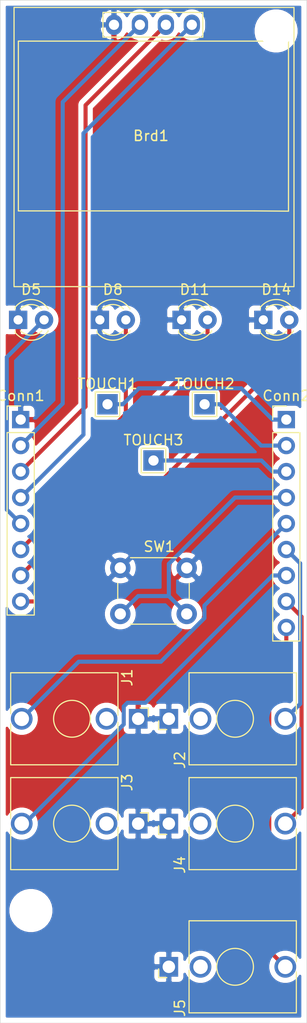
<source format=kicad_pcb>
(kicad_pcb (version 20171130) (host pcbnew "(5.1.9)-1")

  (general
    (thickness 1.6)
    (drawings 4)
    (tracks 63)
    (zones 0)
    (modules 18)
    (nets 18)
  )

  (page A4)
  (layers
    (0 F.Cu signal hide)
    (31 B.Cu signal hide)
    (32 B.Adhes user)
    (33 F.Adhes user)
    (34 B.Paste user)
    (35 F.Paste user)
    (36 B.SilkS user)
    (37 F.SilkS user)
    (38 B.Mask user)
    (39 F.Mask user)
    (40 Dwgs.User user)
    (41 Cmts.User user)
    (42 Eco1.User user)
    (43 Eco2.User user)
    (44 Edge.Cuts user)
    (45 Margin user)
    (46 B.CrtYd user)
    (47 F.CrtYd user)
    (48 B.Fab user)
    (49 F.Fab user hide)
  )

  (setup
    (last_trace_width 0.4)
    (trace_clearance 0.3)
    (zone_clearance 0.508)
    (zone_45_only no)
    (trace_min 0.2)
    (via_size 0.8)
    (via_drill 0.4)
    (via_min_size 0.4)
    (via_min_drill 0.3)
    (uvia_size 0.3)
    (uvia_drill 0.1)
    (uvias_allowed no)
    (uvia_min_size 0.2)
    (uvia_min_drill 0.1)
    (edge_width 0.05)
    (segment_width 0.2)
    (pcb_text_width 0.3)
    (pcb_text_size 1.5 1.5)
    (mod_edge_width 0.12)
    (mod_text_size 1 1)
    (mod_text_width 0.15)
    (pad_size 1.7 1.7)
    (pad_drill 1)
    (pad_to_mask_clearance 0)
    (aux_axis_origin 0 0)
    (visible_elements 7FFFFFFF)
    (pcbplotparams
      (layerselection 0x010fc_ffffffff)
      (usegerberextensions false)
      (usegerberattributes true)
      (usegerberadvancedattributes true)
      (creategerberjobfile true)
      (excludeedgelayer true)
      (linewidth 0.100000)
      (plotframeref false)
      (viasonmask false)
      (mode 1)
      (useauxorigin false)
      (hpglpennumber 1)
      (hpglpenspeed 20)
      (hpglpendiameter 15.000000)
      (psnegative false)
      (psa4output false)
      (plotreference true)
      (plotvalue true)
      (plotinvisibletext false)
      (padsonsilk false)
      (subtractmaskfromsilk false)
      (outputformat 1)
      (mirror false)
      (drillshape 1)
      (scaleselection 1)
      (outputdirectory ""))
  )

  (net 0 "")
  (net 1 3.3V)
  (net 2 GND)
  (net 3 "Net-(Brd1-Pad3)")
  (net 4 "Net-(Brd1-Pad4)")
  (net 5 "Net-(C4-Pad1)")
  (net 6 "Net-(D3-Pad1)")
  (net 7 "Net-(D6-Pad1)")
  (net 8 "Net-(D10-Pad2)")
  (net 9 "Net-(D12-Pad1)")
  (net 10 "Net-(J1-PadT)")
  (net 11 "Net-(J2-PadT)")
  (net 12 "Net-(J3-PadT)")
  (net 13 "Net-(J4-PadT)")
  (net 14 "Net-(SW1-Pad2)")
  (net 15 TOUCH_SENSOR1)
  (net 16 TOUCH_SENSOR2)
  (net 17 TOUCH_SENSOR3)

  (net_class Default "This is the default net class."
    (clearance 0.3)
    (trace_width 0.4)
    (via_dia 0.8)
    (via_drill 0.4)
    (uvia_dia 0.3)
    (uvia_drill 0.1)
    (add_net 3.3V)
    (add_net GND)
    (add_net "Net-(Brd1-Pad3)")
    (add_net "Net-(Brd1-Pad4)")
    (add_net "Net-(C4-Pad1)")
    (add_net "Net-(D10-Pad2)")
    (add_net "Net-(D12-Pad1)")
    (add_net "Net-(D3-Pad1)")
    (add_net "Net-(D6-Pad1)")
    (add_net "Net-(J1-PadT)")
    (add_net "Net-(J2-PadT)")
    (add_net "Net-(J3-PadT)")
    (add_net "Net-(J4-PadT)")
    (add_net "Net-(SW1-Pad2)")
    (add_net TOUCH_SENSOR1)
    (add_net TOUCH_SENSOR2)
    (add_net TOUCH_SENSOR3)
  )

  (module Connector_PinHeader_2.54mm:PinHeader_1x09_P2.54mm_Vertical (layer F.Cu) (tedit 609D31F4) (tstamp 609DA02D)
    (at 163 81)
    (descr "Through hole straight pin header, 1x09, 2.54mm pitch, single row")
    (tags "Through hole pin header THT 1x09 2.54mm single row")
    (fp_text reference Conn2 (at 0 -2.33) (layer F.SilkS)
      (effects (font (size 1 1) (thickness 0.15)))
    )
    (fp_text value PinHeader_1x09_P2.54mm_Vertical (at 0 22.65) (layer F.Fab)
      (effects (font (size 1 1) (thickness 0.15)))
    )
    (fp_line (start -0.635 -1.27) (end 1.27 -1.27) (layer F.Fab) (width 0.1))
    (fp_line (start 1.27 -1.27) (end 1.27 21.59) (layer F.Fab) (width 0.1))
    (fp_line (start 1.27 21.59) (end -1.27 21.59) (layer F.Fab) (width 0.1))
    (fp_line (start -1.27 21.59) (end -1.27 -0.635) (layer F.Fab) (width 0.1))
    (fp_line (start -1.27 -0.635) (end -0.635 -1.27) (layer F.Fab) (width 0.1))
    (fp_line (start -1.33 21.65) (end 1.33 21.65) (layer F.SilkS) (width 0.12))
    (fp_line (start -1.33 1.27) (end -1.33 21.65) (layer F.SilkS) (width 0.12))
    (fp_line (start 1.33 1.27) (end 1.33 21.65) (layer F.SilkS) (width 0.12))
    (fp_line (start -1.33 1.27) (end 1.33 1.27) (layer F.SilkS) (width 0.12))
    (fp_line (start -1.33 0) (end -1.33 -1.33) (layer F.SilkS) (width 0.12))
    (fp_line (start -1.33 -1.33) (end 0 -1.33) (layer F.SilkS) (width 0.12))
    (fp_line (start -1.8 -1.8) (end -1.8 22.1) (layer F.CrtYd) (width 0.05))
    (fp_line (start -1.8 22.1) (end 1.8 22.1) (layer F.CrtYd) (width 0.05))
    (fp_line (start 1.8 22.1) (end 1.8 -1.8) (layer F.CrtYd) (width 0.05))
    (fp_line (start 1.8 -1.8) (end -1.8 -1.8) (layer F.CrtYd) (width 0.05))
    (fp_text user %R (at 0 10.16 90) (layer F.Fab)
      (effects (font (size 1 1) (thickness 0.15)))
    )
    (pad 9 thru_hole oval (at 0 20.32) (size 1.7 1.7) (drill 1) (layers *.Cu *.Mask)
      (net 5 "Net-(C4-Pad1)"))
    (pad 8 thru_hole oval (at 0 17.78) (size 1.7 1.7) (drill 1) (layers *.Cu *.Mask)
      (net 13 "Net-(J4-PadT)"))
    (pad 7 thru_hole oval (at 0 15.24) (size 1.7 1.7) (drill 1) (layers *.Cu *.Mask)
      (net 12 "Net-(J3-PadT)"))
    (pad 6 thru_hole oval (at 0 12.7) (size 1.7 1.7) (drill 1) (layers *.Cu *.Mask)
      (net 11 "Net-(J2-PadT)"))
    (pad 5 thru_hole oval (at 0 10.16) (size 1.7 1.7) (drill 1) (layers *.Cu *.Mask)
      (net 10 "Net-(J1-PadT)"))
    (pad 4 thru_hole oval (at 0 7.62) (size 1.7 1.7) (drill 1) (layers *.Cu *.Mask)
      (net 14 "Net-(SW1-Pad2)"))
    (pad 3 thru_hole oval (at 0 5.08) (size 1.7 1.7) (drill 1) (layers *.Cu *.Mask)
      (net 17 TOUCH_SENSOR3))
    (pad 2 thru_hole oval (at 0 2.54) (size 1.7 1.7) (drill 1) (layers *.Cu *.Mask)
      (net 16 TOUCH_SENSOR2))
    (pad 1 thru_hole rect (at 0 0) (size 1.7 1.7) (drill 1) (layers *.Cu *.Mask)
      (net 15 TOUCH_SENSOR1))
    (model ${KISYS3DMOD}/Connector_PinHeader_2.54mm.3dshapes/PinHeader_1x09_P2.54mm_Vertical.wrl
      (at (xyz 0 0 0))
      (scale (xyz 1 1 1))
      (rotate (xyz 0 0 0))
    )
  )

  (module TestPoint:TestPoint_THTPad_2.0x2.0mm_Drill1.0mm (layer F.Cu) (tedit 609D30F6) (tstamp 609D94EE)
    (at 150 85)
    (descr "THT rectangular pad as test Point, square 2.0mm_Drill1.0mm  side length, hole diameter 1.0mm")
    (tags "test point THT pad rectangle square")
    (attr virtual)
    (fp_text reference TOUCH3 (at 0 -1.998) (layer F.SilkS)
      (effects (font (size 1 1) (thickness 0.15)))
    )
    (fp_text value TestPoint_THTPad_2.0x2.0mm_Drill1.0mm (at 0 2.05) (layer F.Fab)
      (effects (font (size 1 1) (thickness 0.15)))
    )
    (fp_line (start -1.2 -1.2) (end 1.2 -1.2) (layer F.SilkS) (width 0.12))
    (fp_line (start 1.2 -1.2) (end 1.2 1.2) (layer F.SilkS) (width 0.12))
    (fp_line (start 1.2 1.2) (end -1.2 1.2) (layer F.SilkS) (width 0.12))
    (fp_line (start -1.2 1.2) (end -1.2 -1.2) (layer F.SilkS) (width 0.12))
    (fp_line (start -1.5 -1.5) (end 1.5 -1.5) (layer F.CrtYd) (width 0.05))
    (fp_line (start -1.5 -1.5) (end -1.5 1.5) (layer F.CrtYd) (width 0.05))
    (fp_line (start 1.5 1.5) (end 1.5 -1.5) (layer F.CrtYd) (width 0.05))
    (fp_line (start 1.5 1.5) (end -1.5 1.5) (layer F.CrtYd) (width 0.05))
    (fp_text user %R (at 0 -2) (layer F.Fab)
      (effects (font (size 1 1) (thickness 0.15)))
    )
    (pad 1 thru_hole rect (at 0 0) (size 2 2) (drill 1) (layers *.Cu *.Mask)
      (net 17 TOUCH_SENSOR3))
  )

  (module TestPoint:TestPoint_THTPad_2.0x2.0mm_Drill1.0mm (layer F.Cu) (tedit 609D30EF) (tstamp 609D94A3)
    (at 155 79.5)
    (descr "THT rectangular pad as test Point, square 2.0mm_Drill1.0mm  side length, hole diameter 1.0mm")
    (tags "test point THT pad rectangle square")
    (attr virtual)
    (fp_text reference TOUCH2 (at 0 -1.998) (layer F.SilkS)
      (effects (font (size 1 1) (thickness 0.15)))
    )
    (fp_text value TestPoint_THTPad_2.0x2.0mm_Drill1.0mm (at 0 2.05) (layer F.Fab)
      (effects (font (size 1 1) (thickness 0.15)))
    )
    (fp_line (start 1.5 1.5) (end -1.5 1.5) (layer F.CrtYd) (width 0.05))
    (fp_line (start 1.5 1.5) (end 1.5 -1.5) (layer F.CrtYd) (width 0.05))
    (fp_line (start -1.5 -1.5) (end -1.5 1.5) (layer F.CrtYd) (width 0.05))
    (fp_line (start -1.5 -1.5) (end 1.5 -1.5) (layer F.CrtYd) (width 0.05))
    (fp_line (start -1.2 1.2) (end -1.2 -1.2) (layer F.SilkS) (width 0.12))
    (fp_line (start 1.2 1.2) (end -1.2 1.2) (layer F.SilkS) (width 0.12))
    (fp_line (start 1.2 -1.2) (end 1.2 1.2) (layer F.SilkS) (width 0.12))
    (fp_line (start -1.2 -1.2) (end 1.2 -1.2) (layer F.SilkS) (width 0.12))
    (fp_text user %R (at 0 -2) (layer F.Fab)
      (effects (font (size 1 1) (thickness 0.15)))
    )
    (pad 1 thru_hole rect (at 0 0) (size 2 2) (drill 1) (layers *.Cu *.Mask)
      (net 16 TOUCH_SENSOR2))
  )

  (module TestPoint:TestPoint_THTPad_2.0x2.0mm_Drill1.0mm (layer F.Cu) (tedit 609D30E9) (tstamp 609D9451)
    (at 145.5 79.5)
    (descr "THT rectangular pad as test Point, square 2.0mm_Drill1.0mm  side length, hole diameter 1.0mm")
    (tags "test point THT pad rectangle square")
    (attr virtual)
    (fp_text reference TOUCH1 (at 0 -1.998) (layer F.SilkS)
      (effects (font (size 1 1) (thickness 0.15)))
    )
    (fp_text value TestPoint_THTPad_2.0x2.0mm_Drill1.0mm (at 0 2.05) (layer F.Fab)
      (effects (font (size 1 1) (thickness 0.15)))
    )
    (fp_line (start -1.2 -1.2) (end 1.2 -1.2) (layer F.SilkS) (width 0.12))
    (fp_line (start 1.2 -1.2) (end 1.2 1.2) (layer F.SilkS) (width 0.12))
    (fp_line (start 1.2 1.2) (end -1.2 1.2) (layer F.SilkS) (width 0.12))
    (fp_line (start -1.2 1.2) (end -1.2 -1.2) (layer F.SilkS) (width 0.12))
    (fp_line (start -1.5 -1.5) (end 1.5 -1.5) (layer F.CrtYd) (width 0.05))
    (fp_line (start -1.5 -1.5) (end -1.5 1.5) (layer F.CrtYd) (width 0.05))
    (fp_line (start 1.5 1.5) (end 1.5 -1.5) (layer F.CrtYd) (width 0.05))
    (fp_line (start 1.5 1.5) (end -1.5 1.5) (layer F.CrtYd) (width 0.05))
    (fp_text user %R (at 0 -2) (layer F.Fab)
      (effects (font (size 1 1) (thickness 0.15)))
    )
    (pad 1 thru_hole rect (at 0 0) (size 2 2) (drill 1) (layers *.Cu *.Mask)
      (net 15 TOUCH_SENSOR1))
  )

  (module Button_Switch_THT:SW_PUSH_6mm_H7.3mm (layer F.Cu) (tedit 5A02FE31) (tstamp 609E510D)
    (at 146.75 95.5)
    (descr "tactile push button, 6x6mm e.g. PHAP33xx series, height=7.3mm")
    (tags "tact sw push 6mm")
    (path /609CFAAE)
    (fp_text reference SW1 (at 3.81 -2.08) (layer F.SilkS)
      (effects (font (size 1 1) (thickness 0.15)))
    )
    (fp_text value SW (at 3.81 7.28) (layer F.Fab)
      (effects (font (size 1 1) (thickness 0.15)))
    )
    (fp_line (start 3.25 -0.75) (end 6.25 -0.75) (layer F.Fab) (width 0.1))
    (fp_line (start 6.25 -0.75) (end 6.25 5.25) (layer F.Fab) (width 0.1))
    (fp_line (start 6.25 5.25) (end 0.25 5.25) (layer F.Fab) (width 0.1))
    (fp_line (start 0.25 5.25) (end 0.25 -0.75) (layer F.Fab) (width 0.1))
    (fp_line (start 0.25 -0.75) (end 3.25 -0.75) (layer F.Fab) (width 0.1))
    (fp_line (start 7.75 6) (end 8 6) (layer F.CrtYd) (width 0.05))
    (fp_line (start 8 6) (end 8 5.75) (layer F.CrtYd) (width 0.05))
    (fp_line (start 7.75 -1.5) (end 8 -1.5) (layer F.CrtYd) (width 0.05))
    (fp_line (start 8 -1.5) (end 8 -1.25) (layer F.CrtYd) (width 0.05))
    (fp_line (start -1.5 -1.25) (end -1.5 -1.5) (layer F.CrtYd) (width 0.05))
    (fp_line (start -1.5 -1.5) (end -1.25 -1.5) (layer F.CrtYd) (width 0.05))
    (fp_line (start -1.5 5.75) (end -1.5 6) (layer F.CrtYd) (width 0.05))
    (fp_line (start -1.5 6) (end -1.25 6) (layer F.CrtYd) (width 0.05))
    (fp_line (start -1.25 -1.5) (end 7.75 -1.5) (layer F.CrtYd) (width 0.05))
    (fp_line (start -1.5 5.75) (end -1.5 -1.25) (layer F.CrtYd) (width 0.05))
    (fp_line (start 7.75 6) (end -1.25 6) (layer F.CrtYd) (width 0.05))
    (fp_line (start 8 -1.25) (end 8 5.75) (layer F.CrtYd) (width 0.05))
    (fp_line (start 1 5.5) (end 5.5 5.5) (layer F.SilkS) (width 0.12))
    (fp_line (start -0.25 1.5) (end -0.25 3) (layer F.SilkS) (width 0.12))
    (fp_line (start 5.5 -1) (end 1 -1) (layer F.SilkS) (width 0.12))
    (fp_line (start 6.75 3) (end 6.75 1.5) (layer F.SilkS) (width 0.12))
    (fp_circle (center 3.25 2.25) (end 1.25 2.5) (layer F.Fab) (width 0.1))
    (fp_text user %R (at 3.81 2.54) (layer F.Fab)
      (effects (font (size 1 1) (thickness 0.15)))
    )
    (pad 1 thru_hole circle (at 6.5 0 90) (size 2 2) (drill 1.1) (layers *.Cu *.Mask)
      (net 2 GND))
    (pad 2 thru_hole circle (at 6.5 4.5 90) (size 2 2) (drill 1.1) (layers *.Cu *.Mask)
      (net 14 "Net-(SW1-Pad2)"))
    (pad 1 thru_hole circle (at 0 0 90) (size 2 2) (drill 1.1) (layers *.Cu *.Mask)
      (net 2 GND))
    (pad 2 thru_hole circle (at 0 4.5 90) (size 2 2) (drill 1.1) (layers *.Cu *.Mask)
      (net 14 "Net-(SW1-Pad2)"))
    (model ${KISYS3DMOD}/Button_Switch_THT.3dshapes/SW_PUSH_6mm_H7.3mm.wrl
      (at (xyz 0 0 0))
      (scale (xyz 1 1 1))
      (rotate (xyz 0 0 0))
    )
  )

  (module Connector_PinHeader_2.54mm:PinHeader_1x08_P2.54mm_Vertical (layer F.Cu) (tedit 609D30CA) (tstamp 60A57EC2)
    (at 137 81)
    (descr "Through hole straight pin header, 1x08, 2.54mm pitch, single row")
    (tags "Through hole pin header THT 1x08 2.54mm single row")
    (fp_text reference Conn1 (at 0 -2.33) (layer F.SilkS)
      (effects (font (size 1 1) (thickness 0.15)))
    )
    (fp_text value PinHeader_1x08_P2.54mm_Vertical (at 0 20.11) (layer F.Fab)
      (effects (font (size 1 1) (thickness 0.15)))
    )
    (fp_line (start -0.635 -1.27) (end 1.27 -1.27) (layer F.Fab) (width 0.1))
    (fp_line (start 1.27 -1.27) (end 1.27 19.05) (layer F.Fab) (width 0.1))
    (fp_line (start 1.27 19.05) (end -1.27 19.05) (layer F.Fab) (width 0.1))
    (fp_line (start -1.27 19.05) (end -1.27 -0.635) (layer F.Fab) (width 0.1))
    (fp_line (start -1.27 -0.635) (end -0.635 -1.27) (layer F.Fab) (width 0.1))
    (fp_line (start -1.33 19.11) (end 1.33 19.11) (layer F.SilkS) (width 0.12))
    (fp_line (start -1.33 1.27) (end -1.33 19.11) (layer F.SilkS) (width 0.12))
    (fp_line (start 1.33 1.27) (end 1.33 19.11) (layer F.SilkS) (width 0.12))
    (fp_line (start -1.33 1.27) (end 1.33 1.27) (layer F.SilkS) (width 0.12))
    (fp_line (start -1.33 0) (end -1.33 -1.33) (layer F.SilkS) (width 0.12))
    (fp_line (start -1.33 -1.33) (end 0 -1.33) (layer F.SilkS) (width 0.12))
    (fp_line (start -1.8 -1.8) (end -1.8 19.55) (layer F.CrtYd) (width 0.05))
    (fp_line (start -1.8 19.55) (end 1.8 19.55) (layer F.CrtYd) (width 0.05))
    (fp_line (start 1.8 19.55) (end 1.8 -1.8) (layer F.CrtYd) (width 0.05))
    (fp_line (start 1.8 -1.8) (end -1.8 -1.8) (layer F.CrtYd) (width 0.05))
    (fp_text user %R (at 0 8.89 90) (layer F.Fab)
      (effects (font (size 1 1) (thickness 0.15)))
    )
    (pad 1 thru_hole rect (at 0 0) (size 1.7 1.7) (drill 1) (layers *.Cu *.Mask)
      (net 2 GND))
    (pad 2 thru_hole oval (at 0 2.54) (size 1.7 1.7) (drill 1) (layers *.Cu *.Mask)
      (net 1 3.3V))
    (pad 3 thru_hole oval (at 0 5.08) (size 1.7 1.7) (drill 1) (layers *.Cu *.Mask)
      (net 3 "Net-(Brd1-Pad3)"))
    (pad 4 thru_hole oval (at 0 7.62) (size 1.7 1.7) (drill 1) (layers *.Cu *.Mask)
      (net 4 "Net-(Brd1-Pad4)"))
    (pad 5 thru_hole oval (at 0 10.16) (size 1.7 1.7) (drill 1) (layers *.Cu *.Mask)
      (net 6 "Net-(D3-Pad1)"))
    (pad 6 thru_hole oval (at 0 12.7) (size 1.7 1.7) (drill 1) (layers *.Cu *.Mask)
      (net 7 "Net-(D6-Pad1)"))
    (pad 7 thru_hole oval (at 0 15.24) (size 1.7 1.7) (drill 1) (layers *.Cu *.Mask)
      (net 8 "Net-(D10-Pad2)"))
    (pad 8 thru_hole oval (at 0 17.78) (size 1.7 1.7) (drill 1) (layers *.Cu *.Mask)
      (net 9 "Net-(D12-Pad1)"))
    (model ${KISYS3DMOD}/Connector_PinHeader_2.54mm.3dshapes/PinHeader_1x08_P2.54mm_Vertical.wrl
      (at (xyz 0 0 0))
      (scale (xyz 1 1 1))
      (rotate (xyz 0 0 0))
    )
  )

  (module MountingHole:MountingHole_3.2mm_M3 (layer F.Cu) (tedit 56D1B4CB) (tstamp 60A57062)
    (at 138 129)
    (descr "Mounting Hole 3.2mm, no annular, M3")
    (tags "mounting hole 3.2mm no annular m3")
    (attr virtual)
    (fp_text reference MT3 (at 0 -4.2) (layer F.SilkS) hide
      (effects (font (size 1 1) (thickness 0.15)))
    )
    (fp_text value MountingHole_3.2mm_M3 (at 0 4.2) (layer F.Fab) hide
      (effects (font (size 1 1) (thickness 0.15)))
    )
    (fp_circle (center 0 0) (end 3.2 0) (layer Cmts.User) (width 0.15))
    (fp_circle (center 0 0) (end 3.45 0) (layer F.CrtYd) (width 0.05))
    (fp_text user %R (at 0.3 0) (layer F.Fab)
      (effects (font (size 1 1) (thickness 0.15)))
    )
    (pad 1 np_thru_hole circle (at 0 0) (size 3.2 3.2) (drill 3.2) (layers *.Cu *.Mask))
  )

  (module MountingHole:MountingHole_3.2mm_M3 (layer F.Cu) (tedit 56D1B4CB) (tstamp 60A5703A)
    (at 162 43)
    (descr "Mounting Hole 3.2mm, no annular, M3")
    (tags "mounting hole 3.2mm no annular m3")
    (attr virtual)
    (fp_text reference MT4 (at 0 -4.2) (layer F.SilkS) hide
      (effects (font (size 1 1) (thickness 0.15)))
    )
    (fp_text value MountingHole_3.2mm_M3 (at 0 4.2) (layer F.Fab) hide
      (effects (font (size 1 1) (thickness 0.15)))
    )
    (fp_circle (center 0 0) (end 3.45 0) (layer F.CrtYd) (width 0.05))
    (fp_circle (center 0 0) (end 3.2 0) (layer Cmts.User) (width 0.15))
    (fp_text user %R (at 0.3 0) (layer F.Fab)
      (effects (font (size 1 1) (thickness 0.15)))
    )
    (pad 1 np_thru_hole circle (at 0 0) (size 3.2 3.2) (drill 3.2) (layers *.Cu *.Mask))
  )

  (module Connector_Audio:Jack_3.5mm_QingPu_WQP-PJ398SM_Vertical_CircularHoles (layer F.Cu) (tedit 5C2B6BB2) (tstamp 609E5032)
    (at 151.5 134.5 90)
    (descr "TRS 3.5mm, vertical, Thonkiconn, PCB mount, (http://www.qingpu-electronics.com/en/products/WQP-PJ398SM-362.html)")
    (tags "WQP-PJ398SM WQP-PJ301M-12 TRS 3.5mm mono vertical jack thonkiconn qingpu")
    (path /609EF151)
    (fp_text reference J5 (at -4.03 1.08 270) (layer F.SilkS)
      (effects (font (size 1 1) (thickness 0.15)))
    )
    (fp_text value OUT (at 0 5 270) (layer F.Fab)
      (effects (font (size 1 1) (thickness 0.15)))
    )
    (fp_line (start 0 0) (end 0 2.03) (layer F.Fab) (width 0.1))
    (fp_circle (center 0 6.48) (end 1.8 6.48) (layer F.Fab) (width 0.1))
    (fp_line (start 4.5 2.03) (end -4.5 2.03) (layer F.Fab) (width 0.1))
    (fp_line (start 5 -1.42) (end -5 -1.42) (layer F.CrtYd) (width 0.05))
    (fp_line (start 5 12.98) (end -5 12.98) (layer F.CrtYd) (width 0.05))
    (fp_line (start 5 12.98) (end 5 -1.42) (layer F.CrtYd) (width 0.05))
    (fp_line (start 4.5 12.48) (end -4.5 12.48) (layer F.Fab) (width 0.1))
    (fp_line (start 4.5 12.48) (end 4.5 2.08) (layer F.Fab) (width 0.1))
    (fp_line (start -1.06 -1) (end -0.2 -1) (layer F.SilkS) (width 0.12))
    (fp_line (start -1.06 -1) (end -1.06 -0.2) (layer F.SilkS) (width 0.12))
    (fp_circle (center 0 6.48) (end 1.8 6.48) (layer F.SilkS) (width 0.12))
    (fp_line (start -0.35 1.98) (end -4.5 1.98) (layer F.SilkS) (width 0.12))
    (fp_line (start 4.5 1.98) (end 0.35 1.98) (layer F.SilkS) (width 0.12))
    (fp_line (start -0.5 12.48) (end -4.5 12.48) (layer F.SilkS) (width 0.12))
    (fp_line (start 4.5 12.48) (end 0.5 12.48) (layer F.SilkS) (width 0.12))
    (fp_line (start -1.41 6.02) (end -0.46 5.07) (layer Dwgs.User) (width 0.12))
    (fp_line (start -1.42 6.875) (end 0.4 5.06) (layer Dwgs.User) (width 0.12))
    (fp_line (start -1.07 7.49) (end 1.01 5.41) (layer Dwgs.User) (width 0.12))
    (fp_line (start -0.58 7.83) (end 1.36 5.89) (layer Dwgs.User) (width 0.12))
    (fp_line (start 0.09 7.96) (end 1.48 6.57) (layer Dwgs.User) (width 0.12))
    (fp_circle (center 0 6.48) (end 1.5 6.48) (layer Dwgs.User) (width 0.12))
    (fp_line (start 4.5 1.98) (end 4.5 12.48) (layer F.SilkS) (width 0.12))
    (fp_line (start -4.5 1.98) (end -4.5 12.48) (layer F.SilkS) (width 0.12))
    (fp_line (start -4.5 12.48) (end -4.5 2.08) (layer F.Fab) (width 0.1))
    (fp_line (start -5 12.98) (end -5 -1.42) (layer F.CrtYd) (width 0.05))
    (fp_text user %R (at 0 8 270) (layer F.Fab)
      (effects (font (size 1 1) (thickness 0.15)))
    )
    (fp_text user KEEPOUT (at 0 6.48 90) (layer Cmts.User)
      (effects (font (size 0.4 0.4) (thickness 0.051)))
    )
    (pad T thru_hole circle (at 0 11.4 270) (size 2.13 2.13) (drill 1.43) (layers *.Cu *.Mask)
      (net 5 "Net-(C4-Pad1)"))
    (pad S thru_hole rect (at 0 0 270) (size 1.93 1.83) (drill 1.22) (layers *.Cu *.Mask)
      (net 2 GND))
    (pad TN thru_hole circle (at 0 3.1 270) (size 2.13 2.13) (drill 1.42) (layers *.Cu *.Mask))
    (model ${KISYS3DMOD}/Connector_Audio.3dshapes/Jack_3.5mm_QingPu_WQP-PJ398SM_Vertical.wrl
      (at (xyz 0 0 0))
      (scale (xyz 1 1 1))
      (rotate (xyz 0 0 0))
    )
  )

  (module Connector_Audio:Jack_3.5mm_QingPu_WQP-PJ398SM_Vertical_CircularHoles (layer F.Cu) (tedit 5C2B6BB2) (tstamp 609E5010)
    (at 151.5 120.5 90)
    (descr "TRS 3.5mm, vertical, Thonkiconn, PCB mount, (http://www.qingpu-electronics.com/en/products/WQP-PJ398SM-362.html)")
    (tags "WQP-PJ398SM WQP-PJ301M-12 TRS 3.5mm mono vertical jack thonkiconn qingpu")
    (path /60A32412)
    (fp_text reference J4 (at -4.03 1.08 270) (layer F.SilkS)
      (effects (font (size 1 1) (thickness 0.15)))
    )
    (fp_text value CH4 (at 0 5 270) (layer F.Fab)
      (effects (font (size 1 1) (thickness 0.15)))
    )
    (fp_line (start 0 0) (end 0 2.03) (layer F.Fab) (width 0.1))
    (fp_circle (center 0 6.48) (end 1.8 6.48) (layer F.Fab) (width 0.1))
    (fp_line (start 4.5 2.03) (end -4.5 2.03) (layer F.Fab) (width 0.1))
    (fp_line (start 5 -1.42) (end -5 -1.42) (layer F.CrtYd) (width 0.05))
    (fp_line (start 5 12.98) (end -5 12.98) (layer F.CrtYd) (width 0.05))
    (fp_line (start 5 12.98) (end 5 -1.42) (layer F.CrtYd) (width 0.05))
    (fp_line (start 4.5 12.48) (end -4.5 12.48) (layer F.Fab) (width 0.1))
    (fp_line (start 4.5 12.48) (end 4.5 2.08) (layer F.Fab) (width 0.1))
    (fp_line (start -1.06 -1) (end -0.2 -1) (layer F.SilkS) (width 0.12))
    (fp_line (start -1.06 -1) (end -1.06 -0.2) (layer F.SilkS) (width 0.12))
    (fp_circle (center 0 6.48) (end 1.8 6.48) (layer F.SilkS) (width 0.12))
    (fp_line (start -0.35 1.98) (end -4.5 1.98) (layer F.SilkS) (width 0.12))
    (fp_line (start 4.5 1.98) (end 0.35 1.98) (layer F.SilkS) (width 0.12))
    (fp_line (start -0.5 12.48) (end -4.5 12.48) (layer F.SilkS) (width 0.12))
    (fp_line (start 4.5 12.48) (end 0.5 12.48) (layer F.SilkS) (width 0.12))
    (fp_line (start -1.41 6.02) (end -0.46 5.07) (layer Dwgs.User) (width 0.12))
    (fp_line (start -1.42 6.875) (end 0.4 5.06) (layer Dwgs.User) (width 0.12))
    (fp_line (start -1.07 7.49) (end 1.01 5.41) (layer Dwgs.User) (width 0.12))
    (fp_line (start -0.58 7.83) (end 1.36 5.89) (layer Dwgs.User) (width 0.12))
    (fp_line (start 0.09 7.96) (end 1.48 6.57) (layer Dwgs.User) (width 0.12))
    (fp_circle (center 0 6.48) (end 1.5 6.48) (layer Dwgs.User) (width 0.12))
    (fp_line (start 4.5 1.98) (end 4.5 12.48) (layer F.SilkS) (width 0.12))
    (fp_line (start -4.5 1.98) (end -4.5 12.48) (layer F.SilkS) (width 0.12))
    (fp_line (start -4.5 12.48) (end -4.5 2.08) (layer F.Fab) (width 0.1))
    (fp_line (start -5 12.98) (end -5 -1.42) (layer F.CrtYd) (width 0.05))
    (fp_text user %R (at 0 8 270) (layer F.Fab)
      (effects (font (size 1 1) (thickness 0.15)))
    )
    (fp_text user KEEPOUT (at 0 6.48 90) (layer Cmts.User)
      (effects (font (size 0.4 0.4) (thickness 0.051)))
    )
    (pad T thru_hole circle (at 0 11.4 270) (size 2.13 2.13) (drill 1.43) (layers *.Cu *.Mask)
      (net 13 "Net-(J4-PadT)"))
    (pad S thru_hole rect (at 0 0 270) (size 1.93 1.83) (drill 1.22) (layers *.Cu *.Mask)
      (net 2 GND))
    (pad TN thru_hole circle (at 0 3.1 270) (size 2.13 2.13) (drill 1.42) (layers *.Cu *.Mask))
    (model ${KISYS3DMOD}/Connector_Audio.3dshapes/Jack_3.5mm_QingPu_WQP-PJ398SM_Vertical.wrl
      (at (xyz 0 0 0))
      (scale (xyz 1 1 1))
      (rotate (xyz 0 0 0))
    )
  )

  (module Connector_Audio:Jack_3.5mm_QingPu_WQP-PJ398SM_Vertical_CircularHoles (layer F.Cu) (tedit 5C2B6BB2) (tstamp 609E4FEE)
    (at 148.5 120.5 270)
    (descr "TRS 3.5mm, vertical, Thonkiconn, PCB mount, (http://www.qingpu-electronics.com/en/products/WQP-PJ398SM-362.html)")
    (tags "WQP-PJ398SM WQP-PJ301M-12 TRS 3.5mm mono vertical jack thonkiconn qingpu")
    (path /60A28493)
    (fp_text reference J3 (at -4.03 1.08 270) (layer F.SilkS)
      (effects (font (size 1 1) (thickness 0.15)))
    )
    (fp_text value CH3 (at 0 5 270) (layer F.Fab)
      (effects (font (size 1 1) (thickness 0.15)))
    )
    (fp_line (start 0 0) (end 0 2.03) (layer F.Fab) (width 0.1))
    (fp_circle (center 0 6.48) (end 1.8 6.48) (layer F.Fab) (width 0.1))
    (fp_line (start 4.5 2.03) (end -4.5 2.03) (layer F.Fab) (width 0.1))
    (fp_line (start 5 -1.42) (end -5 -1.42) (layer F.CrtYd) (width 0.05))
    (fp_line (start 5 12.98) (end -5 12.98) (layer F.CrtYd) (width 0.05))
    (fp_line (start 5 12.98) (end 5 -1.42) (layer F.CrtYd) (width 0.05))
    (fp_line (start 4.5 12.48) (end -4.5 12.48) (layer F.Fab) (width 0.1))
    (fp_line (start 4.5 12.48) (end 4.5 2.08) (layer F.Fab) (width 0.1))
    (fp_line (start -1.06 -1) (end -0.2 -1) (layer F.SilkS) (width 0.12))
    (fp_line (start -1.06 -1) (end -1.06 -0.2) (layer F.SilkS) (width 0.12))
    (fp_circle (center 0 6.48) (end 1.8 6.48) (layer F.SilkS) (width 0.12))
    (fp_line (start -0.35 1.98) (end -4.5 1.98) (layer F.SilkS) (width 0.12))
    (fp_line (start 4.5 1.98) (end 0.35 1.98) (layer F.SilkS) (width 0.12))
    (fp_line (start -0.5 12.48) (end -4.5 12.48) (layer F.SilkS) (width 0.12))
    (fp_line (start 4.5 12.48) (end 0.5 12.48) (layer F.SilkS) (width 0.12))
    (fp_line (start -1.41 6.02) (end -0.46 5.07) (layer Dwgs.User) (width 0.12))
    (fp_line (start -1.42 6.875) (end 0.4 5.06) (layer Dwgs.User) (width 0.12))
    (fp_line (start -1.07 7.49) (end 1.01 5.41) (layer Dwgs.User) (width 0.12))
    (fp_line (start -0.58 7.83) (end 1.36 5.89) (layer Dwgs.User) (width 0.12))
    (fp_line (start 0.09 7.96) (end 1.48 6.57) (layer Dwgs.User) (width 0.12))
    (fp_circle (center 0 6.48) (end 1.5 6.48) (layer Dwgs.User) (width 0.12))
    (fp_line (start 4.5 1.98) (end 4.5 12.48) (layer F.SilkS) (width 0.12))
    (fp_line (start -4.5 1.98) (end -4.5 12.48) (layer F.SilkS) (width 0.12))
    (fp_line (start -4.5 12.48) (end -4.5 2.08) (layer F.Fab) (width 0.1))
    (fp_line (start -5 12.98) (end -5 -1.42) (layer F.CrtYd) (width 0.05))
    (fp_text user %R (at 0 8 270) (layer F.Fab)
      (effects (font (size 1 1) (thickness 0.15)))
    )
    (fp_text user KEEPOUT (at 0 6.48 90) (layer Cmts.User)
      (effects (font (size 0.4 0.4) (thickness 0.051)))
    )
    (pad T thru_hole circle (at 0 11.4 90) (size 2.13 2.13) (drill 1.43) (layers *.Cu *.Mask)
      (net 12 "Net-(J3-PadT)"))
    (pad S thru_hole rect (at 0 0 90) (size 1.93 1.83) (drill 1.22) (layers *.Cu *.Mask)
      (net 2 GND))
    (pad TN thru_hole circle (at 0 3.1 90) (size 2.13 2.13) (drill 1.42) (layers *.Cu *.Mask))
    (model ${KISYS3DMOD}/Connector_Audio.3dshapes/Jack_3.5mm_QingPu_WQP-PJ398SM_Vertical.wrl
      (at (xyz 0 0 0))
      (scale (xyz 1 1 1))
      (rotate (xyz 0 0 0))
    )
  )

  (module Connector_Audio:Jack_3.5mm_QingPu_WQP-PJ398SM_Vertical_CircularHoles (layer F.Cu) (tedit 5C2B6BB2) (tstamp 609E4FCC)
    (at 151.5 110.25 90)
    (descr "TRS 3.5mm, vertical, Thonkiconn, PCB mount, (http://www.qingpu-electronics.com/en/products/WQP-PJ398SM-362.html)")
    (tags "WQP-PJ398SM WQP-PJ301M-12 TRS 3.5mm mono vertical jack thonkiconn qingpu")
    (path /60A1593A)
    (fp_text reference J2 (at -4.03 1.08 270) (layer F.SilkS)
      (effects (font (size 1 1) (thickness 0.15)))
    )
    (fp_text value CH2 (at 0 5 270) (layer F.Fab)
      (effects (font (size 1 1) (thickness 0.15)))
    )
    (fp_line (start 0 0) (end 0 2.03) (layer F.Fab) (width 0.1))
    (fp_circle (center 0 6.48) (end 1.8 6.48) (layer F.Fab) (width 0.1))
    (fp_line (start 4.5 2.03) (end -4.5 2.03) (layer F.Fab) (width 0.1))
    (fp_line (start 5 -1.42) (end -5 -1.42) (layer F.CrtYd) (width 0.05))
    (fp_line (start 5 12.98) (end -5 12.98) (layer F.CrtYd) (width 0.05))
    (fp_line (start 5 12.98) (end 5 -1.42) (layer F.CrtYd) (width 0.05))
    (fp_line (start 4.5 12.48) (end -4.5 12.48) (layer F.Fab) (width 0.1))
    (fp_line (start 4.5 12.48) (end 4.5 2.08) (layer F.Fab) (width 0.1))
    (fp_line (start -1.06 -1) (end -0.2 -1) (layer F.SilkS) (width 0.12))
    (fp_line (start -1.06 -1) (end -1.06 -0.2) (layer F.SilkS) (width 0.12))
    (fp_circle (center 0 6.48) (end 1.8 6.48) (layer F.SilkS) (width 0.12))
    (fp_line (start -0.35 1.98) (end -4.5 1.98) (layer F.SilkS) (width 0.12))
    (fp_line (start 4.5 1.98) (end 0.35 1.98) (layer F.SilkS) (width 0.12))
    (fp_line (start -0.5 12.48) (end -4.5 12.48) (layer F.SilkS) (width 0.12))
    (fp_line (start 4.5 12.48) (end 0.5 12.48) (layer F.SilkS) (width 0.12))
    (fp_line (start -1.41 6.02) (end -0.46 5.07) (layer Dwgs.User) (width 0.12))
    (fp_line (start -1.42 6.875) (end 0.4 5.06) (layer Dwgs.User) (width 0.12))
    (fp_line (start -1.07 7.49) (end 1.01 5.41) (layer Dwgs.User) (width 0.12))
    (fp_line (start -0.58 7.83) (end 1.36 5.89) (layer Dwgs.User) (width 0.12))
    (fp_line (start 0.09 7.96) (end 1.48 6.57) (layer Dwgs.User) (width 0.12))
    (fp_circle (center 0 6.48) (end 1.5 6.48) (layer Dwgs.User) (width 0.12))
    (fp_line (start 4.5 1.98) (end 4.5 12.48) (layer F.SilkS) (width 0.12))
    (fp_line (start -4.5 1.98) (end -4.5 12.48) (layer F.SilkS) (width 0.12))
    (fp_line (start -4.5 12.48) (end -4.5 2.08) (layer F.Fab) (width 0.1))
    (fp_line (start -5 12.98) (end -5 -1.42) (layer F.CrtYd) (width 0.05))
    (fp_text user %R (at 0 8 270) (layer F.Fab)
      (effects (font (size 1 1) (thickness 0.15)))
    )
    (fp_text user KEEPOUT (at 0 6.48 90) (layer Cmts.User)
      (effects (font (size 0.4 0.4) (thickness 0.051)))
    )
    (pad T thru_hole circle (at 0 11.4 270) (size 2.13 2.13) (drill 1.43) (layers *.Cu *.Mask)
      (net 11 "Net-(J2-PadT)"))
    (pad S thru_hole rect (at 0 0 270) (size 1.93 1.83) (drill 1.22) (layers *.Cu *.Mask)
      (net 2 GND))
    (pad TN thru_hole circle (at 0 3.1 270) (size 2.13 2.13) (drill 1.42) (layers *.Cu *.Mask))
    (model ${KISYS3DMOD}/Connector_Audio.3dshapes/Jack_3.5mm_QingPu_WQP-PJ398SM_Vertical.wrl
      (at (xyz 0 0 0))
      (scale (xyz 1 1 1))
      (rotate (xyz 0 0 0))
    )
  )

  (module Connector_Audio:Jack_3.5mm_QingPu_WQP-PJ398SM_Vertical_CircularHoles (layer F.Cu) (tedit 5C2B6BB2) (tstamp 609E4FAA)
    (at 148.5 110.25 270)
    (descr "TRS 3.5mm, vertical, Thonkiconn, PCB mount, (http://www.qingpu-electronics.com/en/products/WQP-PJ398SM-362.html)")
    (tags "WQP-PJ398SM WQP-PJ301M-12 TRS 3.5mm mono vertical jack thonkiconn qingpu")
    (path /60A0A47D)
    (fp_text reference J1 (at -4.03 1.08 270) (layer F.SilkS)
      (effects (font (size 1 1) (thickness 0.15)))
    )
    (fp_text value CH1 (at 0 5 270) (layer F.Fab)
      (effects (font (size 1 1) (thickness 0.15)))
    )
    (fp_line (start 0 0) (end 0 2.03) (layer F.Fab) (width 0.1))
    (fp_circle (center 0 6.48) (end 1.8 6.48) (layer F.Fab) (width 0.1))
    (fp_line (start 4.5 2.03) (end -4.5 2.03) (layer F.Fab) (width 0.1))
    (fp_line (start 5 -1.42) (end -5 -1.42) (layer F.CrtYd) (width 0.05))
    (fp_line (start 5 12.98) (end -5 12.98) (layer F.CrtYd) (width 0.05))
    (fp_line (start 5 12.98) (end 5 -1.42) (layer F.CrtYd) (width 0.05))
    (fp_line (start 4.5 12.48) (end -4.5 12.48) (layer F.Fab) (width 0.1))
    (fp_line (start 4.5 12.48) (end 4.5 2.08) (layer F.Fab) (width 0.1))
    (fp_line (start -1.06 -1) (end -0.2 -1) (layer F.SilkS) (width 0.12))
    (fp_line (start -1.06 -1) (end -1.06 -0.2) (layer F.SilkS) (width 0.12))
    (fp_circle (center 0 6.48) (end 1.8 6.48) (layer F.SilkS) (width 0.12))
    (fp_line (start -0.35 1.98) (end -4.5 1.98) (layer F.SilkS) (width 0.12))
    (fp_line (start 4.5 1.98) (end 0.35 1.98) (layer F.SilkS) (width 0.12))
    (fp_line (start -0.5 12.48) (end -4.5 12.48) (layer F.SilkS) (width 0.12))
    (fp_line (start 4.5 12.48) (end 0.5 12.48) (layer F.SilkS) (width 0.12))
    (fp_line (start -1.41 6.02) (end -0.46 5.07) (layer Dwgs.User) (width 0.12))
    (fp_line (start -1.42 6.875) (end 0.4 5.06) (layer Dwgs.User) (width 0.12))
    (fp_line (start -1.07 7.49) (end 1.01 5.41) (layer Dwgs.User) (width 0.12))
    (fp_line (start -0.58 7.83) (end 1.36 5.89) (layer Dwgs.User) (width 0.12))
    (fp_line (start 0.09 7.96) (end 1.48 6.57) (layer Dwgs.User) (width 0.12))
    (fp_circle (center 0 6.48) (end 1.5 6.48) (layer Dwgs.User) (width 0.12))
    (fp_line (start 4.5 1.98) (end 4.5 12.48) (layer F.SilkS) (width 0.12))
    (fp_line (start -4.5 1.98) (end -4.5 12.48) (layer F.SilkS) (width 0.12))
    (fp_line (start -4.5 12.48) (end -4.5 2.08) (layer F.Fab) (width 0.1))
    (fp_line (start -5 12.98) (end -5 -1.42) (layer F.CrtYd) (width 0.05))
    (fp_text user %R (at 0 8 270) (layer F.Fab)
      (effects (font (size 1 1) (thickness 0.15)))
    )
    (fp_text user KEEPOUT (at 0 6.48 90) (layer Cmts.User)
      (effects (font (size 0.4 0.4) (thickness 0.051)))
    )
    (pad T thru_hole circle (at 0 11.4 90) (size 2.13 2.13) (drill 1.43) (layers *.Cu *.Mask)
      (net 10 "Net-(J1-PadT)"))
    (pad S thru_hole rect (at 0 0 90) (size 1.93 1.83) (drill 1.22) (layers *.Cu *.Mask)
      (net 2 GND))
    (pad TN thru_hole circle (at 0 3.1 90) (size 2.13 2.13) (drill 1.42) (layers *.Cu *.Mask))
    (model ${KISYS3DMOD}/Connector_Audio.3dshapes/Jack_3.5mm_QingPu_WQP-PJ398SM_Vertical.wrl
      (at (xyz 0 0 0))
      (scale (xyz 1 1 1))
      (rotate (xyz 0 0 0))
    )
  )

  (module LED_THT:LED_D3.0mm (layer F.Cu) (tedit 587A3A7B) (tstamp 609E4F88)
    (at 160.75 71.25)
    (descr "LED, diameter 3.0mm, 2 pins")
    (tags "LED diameter 3.0mm 2 pins")
    (path /60A323EB)
    (fp_text reference D14 (at 1.27 -2.96) (layer F.SilkS)
      (effects (font (size 1 1) (thickness 0.15)))
    )
    (fp_text value LED (at 1.27 2.96) (layer F.Fab)
      (effects (font (size 1 1) (thickness 0.15)))
    )
    (fp_line (start 3.7 -2.25) (end -1.15 -2.25) (layer F.CrtYd) (width 0.05))
    (fp_line (start 3.7 2.25) (end 3.7 -2.25) (layer F.CrtYd) (width 0.05))
    (fp_line (start -1.15 2.25) (end 3.7 2.25) (layer F.CrtYd) (width 0.05))
    (fp_line (start -1.15 -2.25) (end -1.15 2.25) (layer F.CrtYd) (width 0.05))
    (fp_line (start -0.29 1.08) (end -0.29 1.236) (layer F.SilkS) (width 0.12))
    (fp_line (start -0.29 -1.236) (end -0.29 -1.08) (layer F.SilkS) (width 0.12))
    (fp_line (start -0.23 -1.16619) (end -0.23 1.16619) (layer F.Fab) (width 0.1))
    (fp_circle (center 1.27 0) (end 2.77 0) (layer F.Fab) (width 0.1))
    (fp_arc (start 1.27 0) (end 0.229039 1.08) (angle -87.9) (layer F.SilkS) (width 0.12))
    (fp_arc (start 1.27 0) (end 0.229039 -1.08) (angle 87.9) (layer F.SilkS) (width 0.12))
    (fp_arc (start 1.27 0) (end -0.29 1.235516) (angle -108.8) (layer F.SilkS) (width 0.12))
    (fp_arc (start 1.27 0) (end -0.29 -1.235516) (angle 108.8) (layer F.SilkS) (width 0.12))
    (fp_arc (start 1.27 0) (end -0.23 -1.16619) (angle 284.3) (layer F.Fab) (width 0.1))
    (pad 2 thru_hole circle (at 2.54 0) (size 1.8 1.8) (drill 0.9) (layers *.Cu *.Mask)
      (net 9 "Net-(D12-Pad1)"))
    (pad 1 thru_hole rect (at 0 0) (size 1.8 1.8) (drill 0.9) (layers *.Cu *.Mask)
      (net 2 GND))
    (model ${KISYS3DMOD}/LED_THT.3dshapes/LED_D3.0mm.wrl
      (at (xyz 0 0 0))
      (scale (xyz 1 1 1))
      (rotate (xyz 0 0 0))
    )
  )

  (module LED_THT:LED_D3.0mm (layer F.Cu) (tedit 587A3A7B) (tstamp 609E4F37)
    (at 152.75 71.25)
    (descr "LED, diameter 3.0mm, 2 pins")
    (tags "LED diameter 3.0mm 2 pins")
    (path /60A2846C)
    (fp_text reference D11 (at 1.27 -2.96) (layer F.SilkS)
      (effects (font (size 1 1) (thickness 0.15)))
    )
    (fp_text value LED (at 1.27 2.96) (layer F.Fab)
      (effects (font (size 1 1) (thickness 0.15)))
    )
    (fp_line (start 3.7 -2.25) (end -1.15 -2.25) (layer F.CrtYd) (width 0.05))
    (fp_line (start 3.7 2.25) (end 3.7 -2.25) (layer F.CrtYd) (width 0.05))
    (fp_line (start -1.15 2.25) (end 3.7 2.25) (layer F.CrtYd) (width 0.05))
    (fp_line (start -1.15 -2.25) (end -1.15 2.25) (layer F.CrtYd) (width 0.05))
    (fp_line (start -0.29 1.08) (end -0.29 1.236) (layer F.SilkS) (width 0.12))
    (fp_line (start -0.29 -1.236) (end -0.29 -1.08) (layer F.SilkS) (width 0.12))
    (fp_line (start -0.23 -1.16619) (end -0.23 1.16619) (layer F.Fab) (width 0.1))
    (fp_circle (center 1.27 0) (end 2.77 0) (layer F.Fab) (width 0.1))
    (fp_arc (start 1.27 0) (end 0.229039 1.08) (angle -87.9) (layer F.SilkS) (width 0.12))
    (fp_arc (start 1.27 0) (end 0.229039 -1.08) (angle 87.9) (layer F.SilkS) (width 0.12))
    (fp_arc (start 1.27 0) (end -0.29 1.235516) (angle -108.8) (layer F.SilkS) (width 0.12))
    (fp_arc (start 1.27 0) (end -0.29 -1.235516) (angle 108.8) (layer F.SilkS) (width 0.12))
    (fp_arc (start 1.27 0) (end -0.23 -1.16619) (angle 284.3) (layer F.Fab) (width 0.1))
    (pad 2 thru_hole circle (at 2.54 0) (size 1.8 1.8) (drill 0.9) (layers *.Cu *.Mask)
      (net 8 "Net-(D10-Pad2)"))
    (pad 1 thru_hole rect (at 0 0) (size 1.8 1.8) (drill 0.9) (layers *.Cu *.Mask)
      (net 2 GND))
    (model ${KISYS3DMOD}/LED_THT.3dshapes/LED_D3.0mm.wrl
      (at (xyz 0 0 0))
      (scale (xyz 1 1 1))
      (rotate (xyz 0 0 0))
    )
  )

  (module LED_THT:LED_D3.0mm (layer F.Cu) (tedit 587A3A7B) (tstamp 609E4EE6)
    (at 144.75 71.25)
    (descr "LED, diameter 3.0mm, 2 pins")
    (tags "LED diameter 3.0mm 2 pins")
    (path /60A15961)
    (fp_text reference D8 (at 1.27 -2.96) (layer F.SilkS)
      (effects (font (size 1 1) (thickness 0.15)))
    )
    (fp_text value LED (at 1.27 2.96) (layer F.Fab)
      (effects (font (size 1 1) (thickness 0.15)))
    )
    (fp_line (start 3.7 -2.25) (end -1.15 -2.25) (layer F.CrtYd) (width 0.05))
    (fp_line (start 3.7 2.25) (end 3.7 -2.25) (layer F.CrtYd) (width 0.05))
    (fp_line (start -1.15 2.25) (end 3.7 2.25) (layer F.CrtYd) (width 0.05))
    (fp_line (start -1.15 -2.25) (end -1.15 2.25) (layer F.CrtYd) (width 0.05))
    (fp_line (start -0.29 1.08) (end -0.29 1.236) (layer F.SilkS) (width 0.12))
    (fp_line (start -0.29 -1.236) (end -0.29 -1.08) (layer F.SilkS) (width 0.12))
    (fp_line (start -0.23 -1.16619) (end -0.23 1.16619) (layer F.Fab) (width 0.1))
    (fp_circle (center 1.27 0) (end 2.77 0) (layer F.Fab) (width 0.1))
    (fp_arc (start 1.27 0) (end 0.229039 1.08) (angle -87.9) (layer F.SilkS) (width 0.12))
    (fp_arc (start 1.27 0) (end 0.229039 -1.08) (angle 87.9) (layer F.SilkS) (width 0.12))
    (fp_arc (start 1.27 0) (end -0.29 1.235516) (angle -108.8) (layer F.SilkS) (width 0.12))
    (fp_arc (start 1.27 0) (end -0.29 -1.235516) (angle 108.8) (layer F.SilkS) (width 0.12))
    (fp_arc (start 1.27 0) (end -0.23 -1.16619) (angle 284.3) (layer F.Fab) (width 0.1))
    (pad 2 thru_hole circle (at 2.54 0) (size 1.8 1.8) (drill 0.9) (layers *.Cu *.Mask)
      (net 7 "Net-(D6-Pad1)"))
    (pad 1 thru_hole rect (at 0 0) (size 1.8 1.8) (drill 0.9) (layers *.Cu *.Mask)
      (net 2 GND))
    (model ${KISYS3DMOD}/LED_THT.3dshapes/LED_D3.0mm.wrl
      (at (xyz 0 0 0))
      (scale (xyz 1 1 1))
      (rotate (xyz 0 0 0))
    )
  )

  (module LED_THT:LED_D3.0mm (layer F.Cu) (tedit 587A3A7B) (tstamp 609E4E95)
    (at 136.75 71.25)
    (descr "LED, diameter 3.0mm, 2 pins")
    (tags "LED diameter 3.0mm 2 pins")
    (path /60A044A3)
    (fp_text reference D5 (at 1.27 -2.96) (layer F.SilkS)
      (effects (font (size 1 1) (thickness 0.15)))
    )
    (fp_text value LED (at 1.27 2.96) (layer F.Fab)
      (effects (font (size 1 1) (thickness 0.15)))
    )
    (fp_line (start 3.7 -2.25) (end -1.15 -2.25) (layer F.CrtYd) (width 0.05))
    (fp_line (start 3.7 2.25) (end 3.7 -2.25) (layer F.CrtYd) (width 0.05))
    (fp_line (start -1.15 2.25) (end 3.7 2.25) (layer F.CrtYd) (width 0.05))
    (fp_line (start -1.15 -2.25) (end -1.15 2.25) (layer F.CrtYd) (width 0.05))
    (fp_line (start -0.29 1.08) (end -0.29 1.236) (layer F.SilkS) (width 0.12))
    (fp_line (start -0.29 -1.236) (end -0.29 -1.08) (layer F.SilkS) (width 0.12))
    (fp_line (start -0.23 -1.16619) (end -0.23 1.16619) (layer F.Fab) (width 0.1))
    (fp_circle (center 1.27 0) (end 2.77 0) (layer F.Fab) (width 0.1))
    (fp_arc (start 1.27 0) (end 0.229039 1.08) (angle -87.9) (layer F.SilkS) (width 0.12))
    (fp_arc (start 1.27 0) (end 0.229039 -1.08) (angle 87.9) (layer F.SilkS) (width 0.12))
    (fp_arc (start 1.27 0) (end -0.29 1.235516) (angle -108.8) (layer F.SilkS) (width 0.12))
    (fp_arc (start 1.27 0) (end -0.29 -1.235516) (angle 108.8) (layer F.SilkS) (width 0.12))
    (fp_arc (start 1.27 0) (end -0.23 -1.16619) (angle 284.3) (layer F.Fab) (width 0.1))
    (pad 2 thru_hole circle (at 2.54 0) (size 1.8 1.8) (drill 0.9) (layers *.Cu *.Mask)
      (net 6 "Net-(D3-Pad1)"))
    (pad 1 thru_hole rect (at 0 0) (size 1.8 1.8) (drill 0.9) (layers *.Cu *.Mask)
      (net 2 GND))
    (model ${KISYS3DMOD}/LED_THT.3dshapes/LED_D3.0mm.wrl
      (at (xyz 0 0 0))
      (scale (xyz 1 1 1))
      (rotate (xyz 0 0 0))
    )
  )

  (module SSD1306:128x64OLED (layer F.Cu) (tedit 5CF23EAC) (tstamp 609E4CB4)
    (at 149.75 53)
    (path /609C2D9F)
    (fp_text reference Brd1 (at 0 0.254) (layer F.SilkS)
      (effects (font (size 1 1) (thickness 0.15)))
    )
    (fp_text value SSD1306 (at -7.747 -7.62) (layer F.Fab)
      (effects (font (size 1 1) (thickness 0.15)))
    )
    (fp_line (start -13.4 -12.3) (end 14 -12.3) (layer F.SilkS) (width 0.12))
    (fp_line (start 14 -12.3) (end 14 15) (layer F.SilkS) (width 0.12))
    (fp_line (start 14 15) (end -13.4 15) (layer F.SilkS) (width 0.12))
    (fp_line (start -13.4 15) (end -13.4 -12.3) (layer F.SilkS) (width 0.12))
    (fp_line (start 10.122 7.595) (end -12.978 7.595) (layer F.SilkS) (width 0.12))
    (fp_line (start -12.978 7.595) (end -12.978 -9.005) (layer F.SilkS) (width 0.12))
    (fp_line (start -12.978 -9.005) (end 10.122 -9.005) (layer F.SilkS) (width 0.12))
    (fp_line (start -4.699 -11.811) (end 5.08 -11.811) (layer F.SilkS) (width 0.12))
    (fp_line (start 5.08 -11.811) (end 5.08 -9.398) (layer F.SilkS) (width 0.12))
    (fp_line (start 5.08 -9.398) (end -4.699 -9.398) (layer F.SilkS) (width 0.12))
    (fp_line (start -4.699 -11.811) (end -4.699 -9.398) (layer F.SilkS) (width 0.12))
    (fp_line (start 10.122 -9.005) (end 13.208 -9.005) (layer F.SilkS) (width 0.12))
    (fp_line (start 10.122 7.595) (end 13.462 7.62) (layer F.SilkS) (width 0.12))
    (fp_line (start 13.462 7.62) (end 13.462 -9.017) (layer F.SilkS) (width 0.12))
    (fp_line (start 13.462 -9.017) (end 13.208 -9.005) (layer F.SilkS) (width 0.12))
    (pad 2 thru_hole oval (at -1.08 -10.6 90) (size 2 1.6) (drill 1) (layers *.Cu *.Mask)
      (net 1 3.3V))
    (pad 1 thru_hole oval (at -3.62 -10.6 90) (size 2 1.6) (drill 1) (layers *.Cu *.Mask)
      (net 2 GND))
    (pad 3 thru_hole oval (at 1.46 -10.6 90) (size 2 1.6) (drill 1) (layers *.Cu *.Mask)
      (net 3 "Net-(Brd1-Pad3)"))
    (pad 4 thru_hole oval (at 4 -10.6 90) (size 2 1.6) (drill 1) (layers *.Cu *.Mask)
      (net 4 "Net-(Brd1-Pad4)"))
  )

  (gr_line (start 135 40) (end 135 140) (layer Edge.Cuts) (width 0.05) (tstamp 609F68DA))
  (gr_line (start 135 140) (end 165 140) (layer Edge.Cuts) (width 0.05) (tstamp 609F68D9))
  (gr_line (start 165 40) (end 135 40) (layer Edge.Cuts) (width 0.05) (tstamp 609F68D8))
  (gr_line (start 165 140) (end 165 40) (layer Edge.Cuts) (width 0.05) (tstamp 609F68D7))

  (segment (start 148.67 42.4) (end 141.1144 49.9556) (width 0.4) (layer B.Cu) (net 1))
  (segment (start 141.1144 49.9556) (end 141.1144 79.4256) (width 0.4) (layer B.Cu) (net 1))
  (segment (start 141.1144 79.4256) (end 137 83.54) (width 0.4) (layer B.Cu) (net 1))
  (segment (start 151.21 42.4) (end 143.3496 50.2604) (width 0.4) (layer F.Cu) (net 3))
  (segment (start 143.3496 50.2604) (end 143.3496 79.7304) (width 0.4) (layer F.Cu) (net 3))
  (segment (start 143.3496 79.7304) (end 137 86.08) (width 0.4) (layer F.Cu) (net 3))
  (segment (start 153.75 42.4) (end 143.1441 53.0059) (width 0.4) (layer B.Cu) (net 4))
  (segment (start 143.1441 53.0059) (end 143.1441 82.4759) (width 0.4) (layer B.Cu) (net 4))
  (segment (start 143.1441 82.4759) (end 137 88.62) (width 0.4) (layer B.Cu) (net 4))
  (segment (start 163 101.32) (end 163 102.6703) (width 0.4) (layer F.Cu) (net 5))
  (segment (start 162.9 134.5) (end 161.3297 132.9297) (width 0.4) (layer F.Cu) (net 5))
  (segment (start 161.3297 132.9297) (end 161.3297 104.3406) (width 0.4) (layer F.Cu) (net 5))
  (segment (start 161.3297 104.3406) (end 163 102.6703) (width 0.4) (layer F.Cu) (net 5))
  (segment (start 139.29 71.25) (end 135.6416 74.8984) (width 0.4) (layer B.Cu) (net 6))
  (segment (start 135.6416 74.8984) (end 135.6416 89.8016) (width 0.4) (layer B.Cu) (net 6))
  (segment (start 135.6416 89.8016) (end 137 91.16) (width 0.4) (layer B.Cu) (net 6))
  (segment (start 147.29 71.25) (end 147.29 80.4368) (width 0.4) (layer F.Cu) (net 7))
  (segment (start 147.29 80.4368) (end 138.9996 88.7272) (width 0.4) (layer F.Cu) (net 7))
  (segment (start 138.9996 88.7272) (end 138.9996 91.7004) (width 0.4) (layer F.Cu) (net 7))
  (segment (start 138.9996 91.7004) (end 137 93.7) (width 0.4) (layer F.Cu) (net 7))
  (segment (start 155.29 71.25) (end 155.29 74.21) (width 0.4) (layer F.Cu) (net 8))
  (segment (start 155.29 74.21) (end 141.5476 87.9524) (width 0.4) (layer F.Cu) (net 8))
  (segment (start 141.5476 87.9524) (end 141.5476 91.6924) (width 0.4) (layer F.Cu) (net 8))
  (segment (start 141.5476 91.6924) (end 137 96.24) (width 0.4) (layer F.Cu) (net 8))
  (segment (start 163.29 71.25) (end 163.29 74.4647) (width 0.4) (layer F.Cu) (net 9))
  (segment (start 163.29 74.4647) (end 138.9747 98.78) (width 0.4) (layer F.Cu) (net 9))
  (segment (start 138.9747 98.78) (end 137 98.78) (width 0.4) (layer F.Cu) (net 9))
  (segment (start 163 91.16) (end 154.9855 99.1745) (width 0.4) (layer B.Cu) (net 10))
  (segment (start 154.9855 99.1745) (end 154.9855 100.4101) (width 0.4) (layer B.Cu) (net 10))
  (segment (start 154.9855 100.4101) (end 150.7241 104.6715) (width 0.4) (layer B.Cu) (net 10))
  (segment (start 150.7241 104.6715) (end 142.6785 104.6715) (width 0.4) (layer B.Cu) (net 10))
  (segment (start 142.6785 104.6715) (end 137.1 110.25) (width 0.4) (layer B.Cu) (net 10))
  (segment (start 162.9 110.25) (end 164.3584 108.7916) (width 0.4) (layer B.Cu) (net 11))
  (segment (start 164.3584 108.7916) (end 164.3584 95.0584) (width 0.4) (layer B.Cu) (net 11))
  (segment (start 164.3584 95.0584) (end 163 93.7) (width 0.4) (layer B.Cu) (net 11))
  (segment (start 163 96.24) (end 161.6497 96.24) (width 0.4) (layer B.Cu) (net 12))
  (segment (start 137.1 120.5) (end 137.3851 120.5) (width 0.4) (layer B.Cu) (net 12))
  (segment (start 137.3851 120.5) (end 147.0846 110.8005) (width 0.4) (layer B.Cu) (net 12))
  (segment (start 147.0846 110.8005) (end 147.0846 109.043) (width 0.4) (layer B.Cu) (net 12))
  (segment (start 147.0846 109.043) (end 147.443 108.6846) (width 0.4) (layer B.Cu) (net 12))
  (segment (start 147.443 108.6846) (end 149.2051 108.6846) (width 0.4) (layer B.Cu) (net 12))
  (segment (start 149.2051 108.6846) (end 161.6497 96.24) (width 0.4) (layer B.Cu) (net 12))
  (segment (start 162.9 120.5) (end 164.4896 118.9104) (width 0.4) (layer F.Cu) (net 13))
  (segment (start 164.4896 118.9104) (end 164.4896 100.2696) (width 0.4) (layer F.Cu) (net 13))
  (segment (start 164.4896 100.2696) (end 163 98.78) (width 0.4) (layer F.Cu) (net 13))
  (segment (start 151.5009 98.2509) (end 153.25 100) (width 0.4) (layer B.Cu) (net 14))
  (segment (start 146.75 100) (end 148.4991 98.2509) (width 0.4) (layer B.Cu) (net 14))
  (segment (start 148.4991 98.2509) (end 151.5009 98.2509) (width 0.4) (layer B.Cu) (net 14))
  (segment (start 151.5009 98.2509) (end 151.5009 95.1008) (width 0.4) (layer B.Cu) (net 14))
  (segment (start 151.5009 95.1008) (end 157.9817 88.62) (width 0.4) (layer B.Cu) (net 14))
  (segment (start 157.9817 88.62) (end 163 88.62) (width 0.4) (layer B.Cu) (net 14))
  (segment (start 163 81) (end 161.6497 81) (width 0.4) (layer B.Cu) (net 15))
  (segment (start 145.5 79.5) (end 147.0003 79.5) (width 0.4) (layer B.Cu) (net 15))
  (segment (start 147.0003 79.5) (end 148.5595 77.9408) (width 0.4) (layer B.Cu) (net 15))
  (segment (start 148.5595 77.9408) (end 158.5905 77.9408) (width 0.4) (layer B.Cu) (net 15))
  (segment (start 158.5905 77.9408) (end 161.6497 81) (width 0.4) (layer B.Cu) (net 15))
  (segment (start 155 79.5) (end 156.5003 79.5) (width 0.4) (layer B.Cu) (net 16))
  (segment (start 156.5003 79.5) (end 160.5403 83.54) (width 0.4) (layer B.Cu) (net 16))
  (segment (start 160.5403 83.54) (end 163 83.54) (width 0.4) (layer B.Cu) (net 16))
  (segment (start 150 85) (end 151.5003 85) (width 0.4) (layer B.Cu) (net 17))
  (segment (start 161.6497 86.08) (end 160.5697 85) (width 0.4) (layer B.Cu) (net 17))
  (segment (start 160.5697 85) (end 151.5003 85) (width 0.4) (layer B.Cu) (net 17))
  (segment (start 163 86.08) (end 161.6497 86.08) (width 0.4) (layer B.Cu) (net 17))

  (zone (net 2) (net_name GND) (layer F.Cu) (tstamp 0) (hatch edge 0.508)
    (connect_pads (clearance 0.508))
    (min_thickness 0.254)
    (fill yes (arc_segments 32) (thermal_gap 0.508) (thermal_bridge_width 0.508))
    (polygon
      (pts
        (xy 165 140) (xy 135 140) (xy 135 40) (xy 165 40)
      )
    )
    (filled_polygon
      (pts
        (xy 164.340001 79.746112) (xy 164.301185 79.698815) (xy 164.204494 79.619463) (xy 164.09418 79.560498) (xy 163.974482 79.524188)
        (xy 163.85 79.511928) (xy 162.15 79.511928) (xy 162.025518 79.524188) (xy 161.90582 79.560498) (xy 161.795506 79.619463)
        (xy 161.698815 79.698815) (xy 161.619463 79.795506) (xy 161.560498 79.90582) (xy 161.524188 80.025518) (xy 161.511928 80.15)
        (xy 161.511928 81.85) (xy 161.524188 81.974482) (xy 161.560498 82.09418) (xy 161.619463 82.204494) (xy 161.698815 82.301185)
        (xy 161.795506 82.380537) (xy 161.90582 82.439502) (xy 161.97838 82.461513) (xy 161.846525 82.593368) (xy 161.68401 82.836589)
        (xy 161.572068 83.106842) (xy 161.515 83.39374) (xy 161.515 83.68626) (xy 161.572068 83.973158) (xy 161.68401 84.243411)
        (xy 161.846525 84.486632) (xy 162.053368 84.693475) (xy 162.22776 84.81) (xy 162.053368 84.926525) (xy 161.846525 85.133368)
        (xy 161.68401 85.376589) (xy 161.572068 85.646842) (xy 161.515 85.93374) (xy 161.515 86.22626) (xy 161.572068 86.513158)
        (xy 161.68401 86.783411) (xy 161.846525 87.026632) (xy 162.053368 87.233475) (xy 162.22776 87.35) (xy 162.053368 87.466525)
        (xy 161.846525 87.673368) (xy 161.68401 87.916589) (xy 161.572068 88.186842) (xy 161.515 88.47374) (xy 161.515 88.76626)
        (xy 161.572068 89.053158) (xy 161.68401 89.323411) (xy 161.846525 89.566632) (xy 162.053368 89.773475) (xy 162.22776 89.89)
        (xy 162.053368 90.006525) (xy 161.846525 90.213368) (xy 161.68401 90.456589) (xy 161.572068 90.726842) (xy 161.515 91.01374)
        (xy 161.515 91.30626) (xy 161.572068 91.593158) (xy 161.68401 91.863411) (xy 161.846525 92.106632) (xy 162.053368 92.313475)
        (xy 162.22776 92.43) (xy 162.053368 92.546525) (xy 161.846525 92.753368) (xy 161.68401 92.996589) (xy 161.572068 93.266842)
        (xy 161.515 93.55374) (xy 161.515 93.84626) (xy 161.572068 94.133158) (xy 161.68401 94.403411) (xy 161.846525 94.646632)
        (xy 162.053368 94.853475) (xy 162.22776 94.97) (xy 162.053368 95.086525) (xy 161.846525 95.293368) (xy 161.68401 95.536589)
        (xy 161.572068 95.806842) (xy 161.515 96.09374) (xy 161.515 96.38626) (xy 161.572068 96.673158) (xy 161.68401 96.943411)
        (xy 161.846525 97.186632) (xy 162.053368 97.393475) (xy 162.22776 97.51) (xy 162.053368 97.626525) (xy 161.846525 97.833368)
        (xy 161.68401 98.076589) (xy 161.572068 98.346842) (xy 161.515 98.63374) (xy 161.515 98.92626) (xy 161.572068 99.213158)
        (xy 161.68401 99.483411) (xy 161.846525 99.726632) (xy 162.053368 99.933475) (xy 162.22776 100.05) (xy 162.053368 100.166525)
        (xy 161.846525 100.373368) (xy 161.68401 100.616589) (xy 161.572068 100.886842) (xy 161.515 101.17374) (xy 161.515 101.46626)
        (xy 161.572068 101.753158) (xy 161.68401 102.023411) (xy 161.846525 102.266632) (xy 162.034662 102.454769) (xy 160.768274 103.721159)
        (xy 160.73641 103.747309) (xy 160.710262 103.779171) (xy 160.632064 103.874455) (xy 160.554528 104.019514) (xy 160.506782 104.176912)
        (xy 160.49066 104.3406) (xy 160.494701 104.381629) (xy 160.4947 132.888682) (xy 160.49066 132.9297) (xy 160.4947 132.970718)
        (xy 160.506782 133.093388) (xy 160.554528 133.250786) (xy 160.632064 133.395845) (xy 160.736409 133.522991) (xy 160.768279 133.549146)
        (xy 161.25835 134.039218) (xy 161.2 134.332565) (xy 161.2 134.667435) (xy 161.26533 134.995872) (xy 161.393479 135.305252)
        (xy 161.579523 135.583687) (xy 161.816313 135.820477) (xy 162.094748 136.006521) (xy 162.404128 136.13467) (xy 162.732565 136.2)
        (xy 163.067435 136.2) (xy 163.395872 136.13467) (xy 163.705252 136.006521) (xy 163.983687 135.820477) (xy 164.220477 135.583687)
        (xy 164.34 135.404808) (xy 164.34 139.34) (xy 135.66 139.34) (xy 135.66 135.465) (xy 149.946928 135.465)
        (xy 149.959188 135.589482) (xy 149.995498 135.70918) (xy 150.054463 135.819494) (xy 150.133815 135.916185) (xy 150.230506 135.995537)
        (xy 150.34082 136.054502) (xy 150.460518 136.090812) (xy 150.585 136.103072) (xy 151.21425 136.1) (xy 151.373 135.94125)
        (xy 151.373 134.627) (xy 150.10875 134.627) (xy 149.95 134.78575) (xy 149.946928 135.465) (xy 135.66 135.465)
        (xy 135.66 133.535) (xy 149.946928 133.535) (xy 149.95 134.21425) (xy 150.10875 134.373) (xy 151.373 134.373)
        (xy 151.373 133.05875) (xy 151.627 133.05875) (xy 151.627 134.373) (xy 151.647 134.373) (xy 151.647 134.627)
        (xy 151.627 134.627) (xy 151.627 135.94125) (xy 151.78575 136.1) (xy 152.415 136.103072) (xy 152.539482 136.090812)
        (xy 152.65918 136.054502) (xy 152.769494 135.995537) (xy 152.866185 135.916185) (xy 152.945537 135.819494) (xy 153.004502 135.70918)
        (xy 153.040812 135.589482) (xy 153.053072 135.465) (xy 153.051895 135.20486) (xy 153.093479 135.305252) (xy 153.279523 135.583687)
        (xy 153.516313 135.820477) (xy 153.794748 136.006521) (xy 154.104128 136.13467) (xy 154.432565 136.2) (xy 154.767435 136.2)
        (xy 155.095872 136.13467) (xy 155.405252 136.006521) (xy 155.683687 135.820477) (xy 155.920477 135.583687) (xy 156.106521 135.305252)
        (xy 156.23467 134.995872) (xy 156.3 134.667435) (xy 156.3 134.332565) (xy 156.23467 134.004128) (xy 156.106521 133.694748)
        (xy 155.920477 133.416313) (xy 155.683687 133.179523) (xy 155.405252 132.993479) (xy 155.095872 132.86533) (xy 154.767435 132.8)
        (xy 154.432565 132.8) (xy 154.104128 132.86533) (xy 153.794748 132.993479) (xy 153.516313 133.179523) (xy 153.279523 133.416313)
        (xy 153.093479 133.694748) (xy 153.051895 133.79514) (xy 153.053072 133.535) (xy 153.040812 133.410518) (xy 153.004502 133.29082)
        (xy 152.945537 133.180506) (xy 152.866185 133.083815) (xy 152.769494 133.004463) (xy 152.65918 132.945498) (xy 152.539482 132.909188)
        (xy 152.415 132.896928) (xy 151.78575 132.9) (xy 151.627 133.05875) (xy 151.373 133.05875) (xy 151.21425 132.9)
        (xy 150.585 132.896928) (xy 150.460518 132.909188) (xy 150.34082 132.945498) (xy 150.230506 133.004463) (xy 150.133815 133.083815)
        (xy 150.054463 133.180506) (xy 149.995498 133.29082) (xy 149.959188 133.410518) (xy 149.946928 133.535) (xy 135.66 133.535)
        (xy 135.66 128.779872) (xy 135.765 128.779872) (xy 135.765 129.220128) (xy 135.85089 129.651925) (xy 136.019369 130.058669)
        (xy 136.263962 130.424729) (xy 136.575271 130.736038) (xy 136.941331 130.980631) (xy 137.348075 131.14911) (xy 137.779872 131.235)
        (xy 138.220128 131.235) (xy 138.651925 131.14911) (xy 139.058669 130.980631) (xy 139.424729 130.736038) (xy 139.736038 130.424729)
        (xy 139.980631 130.058669) (xy 140.14911 129.651925) (xy 140.235 129.220128) (xy 140.235 128.779872) (xy 140.14911 128.348075)
        (xy 139.980631 127.941331) (xy 139.736038 127.575271) (xy 139.424729 127.263962) (xy 139.058669 127.019369) (xy 138.651925 126.85089)
        (xy 138.220128 126.765) (xy 137.779872 126.765) (xy 137.348075 126.85089) (xy 136.941331 127.019369) (xy 136.575271 127.263962)
        (xy 136.263962 127.575271) (xy 136.019369 127.941331) (xy 135.85089 128.348075) (xy 135.765 128.779872) (xy 135.66 128.779872)
        (xy 135.66 121.404808) (xy 135.779523 121.583687) (xy 136.016313 121.820477) (xy 136.294748 122.006521) (xy 136.604128 122.13467)
        (xy 136.932565 122.2) (xy 137.267435 122.2) (xy 137.595872 122.13467) (xy 137.905252 122.006521) (xy 138.183687 121.820477)
        (xy 138.420477 121.583687) (xy 138.606521 121.305252) (xy 138.73467 120.995872) (xy 138.8 120.667435) (xy 138.8 120.332565)
        (xy 143.7 120.332565) (xy 143.7 120.667435) (xy 143.76533 120.995872) (xy 143.893479 121.305252) (xy 144.079523 121.583687)
        (xy 144.316313 121.820477) (xy 144.594748 122.006521) (xy 144.904128 122.13467) (xy 145.232565 122.2) (xy 145.567435 122.2)
        (xy 145.895872 122.13467) (xy 146.205252 122.006521) (xy 146.483687 121.820477) (xy 146.720477 121.583687) (xy 146.906521 121.305252)
        (xy 146.948105 121.20486) (xy 146.946928 121.465) (xy 146.959188 121.589482) (xy 146.995498 121.70918) (xy 147.054463 121.819494)
        (xy 147.133815 121.916185) (xy 147.230506 121.995537) (xy 147.34082 122.054502) (xy 147.460518 122.090812) (xy 147.585 122.103072)
        (xy 148.21425 122.1) (xy 148.373 121.94125) (xy 148.373 120.627) (xy 148.627 120.627) (xy 148.627 121.94125)
        (xy 148.78575 122.1) (xy 149.415 122.103072) (xy 149.539482 122.090812) (xy 149.65918 122.054502) (xy 149.769494 121.995537)
        (xy 149.866185 121.916185) (xy 149.945537 121.819494) (xy 150 121.717603) (xy 150.054463 121.819494) (xy 150.133815 121.916185)
        (xy 150.230506 121.995537) (xy 150.34082 122.054502) (xy 150.460518 122.090812) (xy 150.585 122.103072) (xy 151.21425 122.1)
        (xy 151.373 121.94125) (xy 151.373 120.627) (xy 150.10875 120.627) (xy 150 120.73575) (xy 149.89125 120.627)
        (xy 148.627 120.627) (xy 148.373 120.627) (xy 148.353 120.627) (xy 148.353 120.373) (xy 148.373 120.373)
        (xy 148.373 119.05875) (xy 148.627 119.05875) (xy 148.627 120.373) (xy 149.89125 120.373) (xy 150 120.26425)
        (xy 150.10875 120.373) (xy 151.373 120.373) (xy 151.373 119.05875) (xy 151.627 119.05875) (xy 151.627 120.373)
        (xy 151.647 120.373) (xy 151.647 120.627) (xy 151.627 120.627) (xy 151.627 121.94125) (xy 151.78575 122.1)
        (xy 152.415 122.103072) (xy 152.539482 122.090812) (xy 152.65918 122.054502) (xy 152.769494 121.995537) (xy 152.866185 121.916185)
        (xy 152.945537 121.819494) (xy 153.004502 121.70918) (xy 153.040812 121.589482) (xy 153.053072 121.465) (xy 153.051895 121.20486)
        (xy 153.093479 121.305252) (xy 153.279523 121.583687) (xy 153.516313 121.820477) (xy 153.794748 122.006521) (xy 154.104128 122.13467)
        (xy 154.432565 122.2) (xy 154.767435 122.2) (xy 155.095872 122.13467) (xy 155.405252 122.006521) (xy 155.683687 121.820477)
        (xy 155.920477 121.583687) (xy 156.106521 121.305252) (xy 156.23467 120.995872) (xy 156.3 120.667435) (xy 156.3 120.332565)
        (xy 156.23467 120.004128) (xy 156.106521 119.694748) (xy 155.920477 119.416313) (xy 155.683687 119.179523) (xy 155.405252 118.993479)
        (xy 155.095872 118.86533) (xy 154.767435 118.8) (xy 154.432565 118.8) (xy 154.104128 118.86533) (xy 153.794748 118.993479)
        (xy 153.516313 119.179523) (xy 153.279523 119.416313) (xy 153.093479 119.694748) (xy 153.051895 119.79514) (xy 153.053072 119.535)
        (xy 153.040812 119.410518) (xy 153.004502 119.29082) (xy 152.945537 119.180506) (xy 152.866185 119.083815) (xy 152.769494 119.004463)
        (xy 152.65918 118.945498) (xy 152.539482 118.909188) (xy 152.415 118.896928) (xy 151.78575 118.9) (xy 151.627 119.05875)
        (xy 151.373 119.05875) (xy 151.21425 118.9) (xy 150.585 118.896928) (xy 150.460518 118.909188) (xy 150.34082 118.945498)
        (xy 150.230506 119.004463) (xy 150.133815 119.083815) (xy 150.054463 119.180506) (xy 150 119.282397) (xy 149.945537 119.180506)
        (xy 149.866185 119.083815) (xy 149.769494 119.004463) (xy 149.65918 118.945498) (xy 149.539482 118.909188) (xy 149.415 118.896928)
        (xy 148.78575 118.9) (xy 148.627 119.05875) (xy 148.373 119.05875) (xy 148.21425 118.9) (xy 147.585 118.896928)
        (xy 147.460518 118.909188) (xy 147.34082 118.945498) (xy 147.230506 119.004463) (xy 147.133815 119.083815) (xy 147.054463 119.180506)
        (xy 146.995498 119.29082) (xy 146.959188 119.410518) (xy 146.946928 119.535) (xy 146.948105 119.79514) (xy 146.906521 119.694748)
        (xy 146.720477 119.416313) (xy 146.483687 119.179523) (xy 146.205252 118.993479) (xy 145.895872 118.86533) (xy 145.567435 118.8)
        (xy 145.232565 118.8) (xy 144.904128 118.86533) (xy 144.594748 118.993479) (xy 144.316313 119.179523) (xy 144.079523 119.416313)
        (xy 143.893479 119.694748) (xy 143.76533 120.004128) (xy 143.7 120.332565) (xy 138.8 120.332565) (xy 138.73467 120.004128)
        (xy 138.606521 119.694748) (xy 138.420477 119.416313) (xy 138.183687 119.179523) (xy 137.905252 118.993479) (xy 137.595872 118.86533)
        (xy 137.267435 118.8) (xy 136.932565 118.8) (xy 136.604128 118.86533) (xy 136.294748 118.993479) (xy 136.016313 119.179523)
        (xy 135.779523 119.416313) (xy 135.66 119.595192) (xy 135.66 111.154808) (xy 135.779523 111.333687) (xy 136.016313 111.570477)
        (xy 136.294748 111.756521) (xy 136.604128 111.88467) (xy 136.932565 111.95) (xy 137.267435 111.95) (xy 137.595872 111.88467)
        (xy 137.905252 111.756521) (xy 138.183687 111.570477) (xy 138.420477 111.333687) (xy 138.606521 111.055252) (xy 138.73467 110.745872)
        (xy 138.8 110.417435) (xy 138.8 110.082565) (xy 143.7 110.082565) (xy 143.7 110.417435) (xy 143.76533 110.745872)
        (xy 143.893479 111.055252) (xy 144.079523 111.333687) (xy 144.316313 111.570477) (xy 144.594748 111.756521) (xy 144.904128 111.88467)
        (xy 145.232565 111.95) (xy 145.567435 111.95) (xy 145.895872 111.88467) (xy 146.205252 111.756521) (xy 146.483687 111.570477)
        (xy 146.720477 111.333687) (xy 146.906521 111.055252) (xy 146.948105 110.95486) (xy 146.946928 111.215) (xy 146.959188 111.339482)
        (xy 146.995498 111.45918) (xy 147.054463 111.569494) (xy 147.133815 111.666185) (xy 147.230506 111.745537) (xy 147.34082 111.804502)
        (xy 147.460518 111.840812) (xy 147.585 111.853072) (xy 148.21425 111.85) (xy 148.373 111.69125) (xy 148.373 110.377)
        (xy 148.627 110.377) (xy 148.627 111.69125) (xy 148.78575 111.85) (xy 149.415 111.853072) (xy 149.539482 111.840812)
        (xy 149.65918 111.804502) (xy 149.769494 111.745537) (xy 149.866185 111.666185) (xy 149.945537 111.569494) (xy 150 111.467603)
        (xy 150.054463 111.569494) (xy 150.133815 111.666185) (xy 150.230506 111.745537) (xy 150.34082 111.804502) (xy 150.460518 111.840812)
        (xy 150.585 111.853072) (xy 151.21425 111.85) (xy 151.373 111.69125) (xy 151.373 110.377) (xy 150.10875 110.377)
        (xy 150 110.48575) (xy 149.89125 110.377) (xy 148.627 110.377) (xy 148.373 110.377) (xy 148.353 110.377)
        (xy 148.353 110.123) (xy 148.373 110.123) (xy 148.373 108.80875) (xy 148.627 108.80875) (xy 148.627 110.123)
        (xy 149.89125 110.123) (xy 150 110.01425) (xy 150.10875 110.123) (xy 151.373 110.123) (xy 151.373 108.80875)
        (xy 151.627 108.80875) (xy 151.627 110.123) (xy 151.647 110.123) (xy 151.647 110.377) (xy 151.627 110.377)
        (xy 151.627 111.69125) (xy 151.78575 111.85) (xy 152.415 111.853072) (xy 152.539482 111.840812) (xy 152.65918 111.804502)
        (xy 152.769494 111.745537) (xy 152.866185 111.666185) (xy 152.945537 111.569494) (xy 153.004502 111.45918) (xy 153.040812 111.339482)
        (xy 153.053072 111.215) (xy 153.051895 110.95486) (xy 153.093479 111.055252) (xy 153.279523 111.333687) (xy 153.516313 111.570477)
        (xy 153.794748 111.756521) (xy 154.104128 111.88467) (xy 154.432565 111.95) (xy 154.767435 111.95) (xy 155.095872 111.88467)
        (xy 155.405252 111.756521) (xy 155.683687 111.570477) (xy 155.920477 111.333687) (xy 156.106521 111.055252) (xy 156.23467 110.745872)
        (xy 156.3 110.417435) (xy 156.3 110.082565) (xy 156.23467 109.754128) (xy 156.106521 109.444748) (xy 155.920477 109.166313)
        (xy 155.683687 108.929523) (xy 155.405252 108.743479) (xy 155.095872 108.61533) (xy 154.767435 108.55) (xy 154.432565 108.55)
        (xy 154.104128 108.61533) (xy 153.794748 108.743479) (xy 153.516313 108.929523) (xy 153.279523 109.166313) (xy 153.093479 109.444748)
        (xy 153.051895 109.54514) (xy 153.053072 109.285) (xy 153.040812 109.160518) (xy 153.004502 109.04082) (xy 152.945537 108.930506)
        (xy 152.866185 108.833815) (xy 152.769494 108.754463) (xy 152.65918 108.695498) (xy 152.539482 108.659188) (xy 152.415 108.646928)
        (xy 151.78575 108.65) (xy 151.627 108.80875) (xy 151.373 108.80875) (xy 151.21425 108.65) (xy 150.585 108.646928)
        (xy 150.460518 108.659188) (xy 150.34082 108.695498) (xy 150.230506 108.754463) (xy 150.133815 108.833815) (xy 150.054463 108.930506)
        (xy 150 109.032397) (xy 149.945537 108.930506) (xy 149.866185 108.833815) (xy 149.769494 108.754463) (xy 149.65918 108.695498)
        (xy 149.539482 108.659188) (xy 149.415 108.646928) (xy 148.78575 108.65) (xy 148.627 108.80875) (xy 148.373 108.80875)
        (xy 148.21425 108.65) (xy 147.585 108.646928) (xy 147.460518 108.659188) (xy 147.34082 108.695498) (xy 147.230506 108.754463)
        (xy 147.133815 108.833815) (xy 147.054463 108.930506) (xy 146.995498 109.04082) (xy 146.959188 109.160518) (xy 146.946928 109.285)
        (xy 146.948105 109.54514) (xy 146.906521 109.444748) (xy 146.720477 109.166313) (xy 146.483687 108.929523) (xy 146.205252 108.743479)
        (xy 145.895872 108.61533) (xy 145.567435 108.55) (xy 145.232565 108.55) (xy 144.904128 108.61533) (xy 144.594748 108.743479)
        (xy 144.316313 108.929523) (xy 144.079523 109.166313) (xy 143.893479 109.444748) (xy 143.76533 109.754128) (xy 143.7 110.082565)
        (xy 138.8 110.082565) (xy 138.73467 109.754128) (xy 138.606521 109.444748) (xy 138.420477 109.166313) (xy 138.183687 108.929523)
        (xy 137.905252 108.743479) (xy 137.595872 108.61533) (xy 137.267435 108.55) (xy 136.932565 108.55) (xy 136.604128 108.61533)
        (xy 136.294748 108.743479) (xy 136.016313 108.929523) (xy 135.779523 109.166313) (xy 135.66 109.345192) (xy 135.66 99.425445)
        (xy 135.68401 99.483411) (xy 135.846525 99.726632) (xy 136.053368 99.933475) (xy 136.296589 100.09599) (xy 136.566842 100.207932)
        (xy 136.85374 100.265) (xy 137.14626 100.265) (xy 137.433158 100.207932) (xy 137.703411 100.09599) (xy 137.946632 99.933475)
        (xy 138.04114 99.838967) (xy 145.115 99.838967) (xy 145.115 100.161033) (xy 145.177832 100.476912) (xy 145.301082 100.774463)
        (xy 145.480013 101.042252) (xy 145.707748 101.269987) (xy 145.975537 101.448918) (xy 146.273088 101.572168) (xy 146.588967 101.635)
        (xy 146.911033 101.635) (xy 147.226912 101.572168) (xy 147.524463 101.448918) (xy 147.792252 101.269987) (xy 148.019987 101.042252)
        (xy 148.198918 100.774463) (xy 148.322168 100.476912) (xy 148.385 100.161033) (xy 148.385 99.838967) (xy 151.615 99.838967)
        (xy 151.615 100.161033) (xy 151.677832 100.476912) (xy 151.801082 100.774463) (xy 151.980013 101.042252) (xy 152.207748 101.269987)
        (xy 152.475537 101.448918) (xy 152.773088 101.572168) (xy 153.088967 101.635) (xy 153.411033 101.635) (xy 153.726912 101.572168)
        (xy 154.024463 101.448918) (xy 154.292252 101.269987) (xy 154.519987 101.042252) (xy 154.698918 100.774463) (xy 154.822168 100.476912)
        (xy 154.885 100.161033) (xy 154.885 99.838967) (xy 154.822168 99.523088) (xy 154.698918 99.225537) (xy 154.519987 98.957748)
        (xy 154.292252 98.730013) (xy 154.024463 98.551082) (xy 153.726912 98.427832) (xy 153.411033 98.365) (xy 153.088967 98.365)
        (xy 152.773088 98.427832) (xy 152.475537 98.551082) (xy 152.207748 98.730013) (xy 151.980013 98.957748) (xy 151.801082 99.225537)
        (xy 151.677832 99.523088) (xy 151.615 99.838967) (xy 148.385 99.838967) (xy 148.322168 99.523088) (xy 148.198918 99.225537)
        (xy 148.019987 98.957748) (xy 147.792252 98.730013) (xy 147.524463 98.551082) (xy 147.226912 98.427832) (xy 146.911033 98.365)
        (xy 146.588967 98.365) (xy 146.273088 98.427832) (xy 145.975537 98.551082) (xy 145.707748 98.730013) (xy 145.480013 98.957748)
        (xy 145.301082 99.225537) (xy 145.177832 99.523088) (xy 145.115 99.838967) (xy 138.04114 99.838967) (xy 138.153475 99.726632)
        (xy 138.228065 99.615) (xy 138.933682 99.615) (xy 138.9747 99.61904) (xy 139.015718 99.615) (xy 139.015719 99.615)
        (xy 139.138389 99.602918) (xy 139.295787 99.555172) (xy 139.440846 99.477636) (xy 139.567991 99.373291) (xy 139.594146 99.341421)
        (xy 142.300154 96.635413) (xy 145.794192 96.635413) (xy 145.889956 96.899814) (xy 146.179571 97.040704) (xy 146.491108 97.122384)
        (xy 146.812595 97.141718) (xy 147.131675 97.097961) (xy 147.436088 96.992795) (xy 147.610044 96.899814) (xy 147.705808 96.635413)
        (xy 152.294192 96.635413) (xy 152.389956 96.899814) (xy 152.679571 97.040704) (xy 152.991108 97.122384) (xy 153.312595 97.141718)
        (xy 153.631675 97.097961) (xy 153.936088 96.992795) (xy 154.110044 96.899814) (xy 154.205808 96.635413) (xy 153.25 95.679605)
        (xy 152.294192 96.635413) (xy 147.705808 96.635413) (xy 146.75 95.679605) (xy 145.794192 96.635413) (xy 142.300154 96.635413)
        (xy 143.372972 95.562595) (xy 145.108282 95.562595) (xy 145.152039 95.881675) (xy 145.257205 96.186088) (xy 145.350186 96.360044)
        (xy 145.614587 96.455808) (xy 146.570395 95.5) (xy 146.929605 95.5) (xy 147.885413 96.455808) (xy 148.149814 96.360044)
        (xy 148.290704 96.070429) (xy 148.372384 95.758892) (xy 148.384189 95.562595) (xy 151.608282 95.562595) (xy 151.652039 95.881675)
        (xy 151.757205 96.186088) (xy 151.850186 96.360044) (xy 152.114587 96.455808) (xy 153.070395 95.5) (xy 153.429605 95.5)
        (xy 154.385413 96.455808) (xy 154.649814 96.360044) (xy 154.790704 96.070429) (xy 154.872384 95.758892) (xy 154.891718 95.437405)
        (xy 154.847961 95.118325) (xy 154.742795 94.813912) (xy 154.649814 94.639956) (xy 154.385413 94.544192) (xy 153.429605 95.5)
        (xy 153.070395 95.5) (xy 152.114587 94.544192) (xy 151.850186 94.639956) (xy 151.709296 94.929571) (xy 151.627616 95.241108)
        (xy 151.608282 95.562595) (xy 148.384189 95.562595) (xy 148.391718 95.437405) (xy 148.347961 95.118325) (xy 148.242795 94.813912)
        (xy 148.149814 94.639956) (xy 147.885413 94.544192) (xy 146.929605 95.5) (xy 146.570395 95.5) (xy 145.614587 94.544192)
        (xy 145.350186 94.639956) (xy 145.209296 94.929571) (xy 145.127616 95.241108) (xy 145.108282 95.562595) (xy 143.372972 95.562595)
        (xy 144.57098 94.364587) (xy 145.794192 94.364587) (xy 146.75 95.320395) (xy 147.705808 94.364587) (xy 152.294192 94.364587)
        (xy 153.25 95.320395) (xy 154.205808 94.364587) (xy 154.110044 94.100186) (xy 153.820429 93.959296) (xy 153.508892 93.877616)
        (xy 153.187405 93.858282) (xy 152.868325 93.902039) (xy 152.563912 94.007205) (xy 152.389956 94.100186) (xy 152.294192 94.364587)
        (xy 147.705808 94.364587) (xy 147.610044 94.100186) (xy 147.320429 93.959296) (xy 147.008892 93.877616) (xy 146.687405 93.858282)
        (xy 146.368325 93.902039) (xy 146.063912 94.007205) (xy 145.889956 94.100186) (xy 145.794192 94.364587) (xy 144.57098 94.364587)
        (xy 163.851427 75.084141) (xy 163.883291 75.057991) (xy 163.987636 74.930846) (xy 164.065172 74.785787) (xy 164.112918 74.628389)
        (xy 164.125 74.505719) (xy 164.12904 74.464701) (xy 164.125 74.423682) (xy 164.125 72.538199) (xy 164.268505 72.442312)
        (xy 164.340001 72.370816)
      )
    )
    (filled_polygon
      (pts
        (xy 164.340001 70.129184) (xy 164.268505 70.057688) (xy 164.017095 69.889701) (xy 163.737743 69.773989) (xy 163.441184 69.715)
        (xy 163.138816 69.715) (xy 162.842257 69.773989) (xy 162.562905 69.889701) (xy 162.311495 70.057688) (xy 162.245056 70.124127)
        (xy 162.239502 70.10582) (xy 162.180537 69.995506) (xy 162.101185 69.898815) (xy 162.004494 69.819463) (xy 161.89418 69.760498)
        (xy 161.774482 69.724188) (xy 161.65 69.711928) (xy 161.03575 69.715) (xy 160.877 69.87375) (xy 160.877 71.123)
        (xy 160.897 71.123) (xy 160.897 71.377) (xy 160.877 71.377) (xy 160.877 72.62625) (xy 161.03575 72.785)
        (xy 161.65 72.788072) (xy 161.774482 72.775812) (xy 161.89418 72.739502) (xy 162.004494 72.680537) (xy 162.101185 72.601185)
        (xy 162.180537 72.504494) (xy 162.239502 72.39418) (xy 162.245056 72.375873) (xy 162.311495 72.442312) (xy 162.455 72.538199)
        (xy 162.455001 74.118831) (xy 156.638072 79.93576) (xy 156.638072 78.5) (xy 156.625812 78.375518) (xy 156.589502 78.25582)
        (xy 156.530537 78.145506) (xy 156.451185 78.048815) (xy 156.354494 77.969463) (xy 156.24418 77.910498) (xy 156.124482 77.874188)
        (xy 156 77.861928) (xy 154 77.861928) (xy 153.875518 77.874188) (xy 153.75582 77.910498) (xy 153.645506 77.969463)
        (xy 153.548815 78.048815) (xy 153.469463 78.145506) (xy 153.410498 78.25582) (xy 153.374188 78.375518) (xy 153.361928 78.5)
        (xy 153.361928 80.5) (xy 153.374188 80.624482) (xy 153.410498 80.74418) (xy 153.469463 80.854494) (xy 153.548815 80.951185)
        (xy 153.645506 81.030537) (xy 153.75582 81.089502) (xy 153.875518 81.125812) (xy 154 81.138072) (xy 155.43576 81.138072)
        (xy 151.638072 84.93576) (xy 151.638072 84) (xy 151.625812 83.875518) (xy 151.589502 83.75582) (xy 151.530537 83.645506)
        (xy 151.451185 83.548815) (xy 151.354494 83.469463) (xy 151.24418 83.410498) (xy 151.124482 83.374188) (xy 151 83.361928)
        (xy 149 83.361928) (xy 148.875518 83.374188) (xy 148.75582 83.410498) (xy 148.645506 83.469463) (xy 148.548815 83.548815)
        (xy 148.469463 83.645506) (xy 148.410498 83.75582) (xy 148.374188 83.875518) (xy 148.361928 84) (xy 148.361928 86)
        (xy 148.374188 86.124482) (xy 148.410498 86.24418) (xy 148.469463 86.354494) (xy 148.548815 86.451185) (xy 148.645506 86.530537)
        (xy 148.75582 86.589502) (xy 148.875518 86.625812) (xy 149 86.638072) (xy 149.935761 86.638072) (xy 138.628833 97.945)
        (xy 138.228065 97.945) (xy 138.153475 97.833368) (xy 137.946632 97.626525) (xy 137.77224 97.51) (xy 137.946632 97.393475)
        (xy 138.153475 97.186632) (xy 138.31599 96.943411) (xy 138.427932 96.673158) (xy 138.485 96.38626) (xy 138.485 96.09374)
        (xy 138.458807 95.96206) (xy 142.109032 92.311837) (xy 142.140891 92.285691) (xy 142.198906 92.215) (xy 142.245236 92.158546)
        (xy 142.322772 92.013487) (xy 142.370518 91.856088) (xy 142.38664 91.6924) (xy 142.3826 91.651382) (xy 142.3826 88.298267)
        (xy 155.851427 74.829441) (xy 155.883291 74.803291) (xy 155.987636 74.676146) (xy 156.065172 74.531087) (xy 156.112918 74.373689)
        (xy 156.125 74.251019) (xy 156.125 74.251009) (xy 156.129039 74.210001) (xy 156.125 74.168993) (xy 156.125 72.538199)
        (xy 156.268505 72.442312) (xy 156.482312 72.228505) (xy 156.534767 72.15) (xy 159.211928 72.15) (xy 159.224188 72.274482)
        (xy 159.260498 72.39418) (xy 159.319463 72.504494) (xy 159.398815 72.601185) (xy 159.495506 72.680537) (xy 159.60582 72.739502)
        (xy 159.725518 72.775812) (xy 159.85 72.788072) (xy 160.46425 72.785) (xy 160.623 72.62625) (xy 160.623 71.377)
        (xy 159.37375 71.377) (xy 159.215 71.53575) (xy 159.211928 72.15) (xy 156.534767 72.15) (xy 156.650299 71.977095)
        (xy 156.766011 71.697743) (xy 156.825 71.401184) (xy 156.825 71.098816) (xy 156.766011 70.802257) (xy 156.650299 70.522905)
        (xy 156.534768 70.35) (xy 159.211928 70.35) (xy 159.215 70.96425) (xy 159.37375 71.123) (xy 160.623 71.123)
        (xy 160.623 69.87375) (xy 160.46425 69.715) (xy 159.85 69.711928) (xy 159.725518 69.724188) (xy 159.60582 69.760498)
        (xy 159.495506 69.819463) (xy 159.398815 69.898815) (xy 159.319463 69.995506) (xy 159.260498 70.10582) (xy 159.224188 70.225518)
        (xy 159.211928 70.35) (xy 156.534768 70.35) (xy 156.482312 70.271495) (xy 156.268505 70.057688) (xy 156.017095 69.889701)
        (xy 155.737743 69.773989) (xy 155.441184 69.715) (xy 155.138816 69.715) (xy 154.842257 69.773989) (xy 154.562905 69.889701)
        (xy 154.311495 70.057688) (xy 154.245056 70.124127) (xy 154.239502 70.10582) (xy 154.180537 69.995506) (xy 154.101185 69.898815)
        (xy 154.004494 69.819463) (xy 153.89418 69.760498) (xy 153.774482 69.724188) (xy 153.65 69.711928) (xy 153.03575 69.715)
        (xy 152.877 69.87375) (xy 152.877 71.123) (xy 152.897 71.123) (xy 152.897 71.377) (xy 152.877 71.377)
        (xy 152.877 72.62625) (xy 153.03575 72.785) (xy 153.65 72.788072) (xy 153.774482 72.775812) (xy 153.89418 72.739502)
        (xy 154.004494 72.680537) (xy 154.101185 72.601185) (xy 154.180537 72.504494) (xy 154.239502 72.39418) (xy 154.245056 72.375873)
        (xy 154.311495 72.442312) (xy 154.455 72.538199) (xy 154.455001 73.864131) (xy 148.125 80.194132) (xy 148.125 72.538199)
        (xy 148.268505 72.442312) (xy 148.482312 72.228505) (xy 148.534767 72.15) (xy 151.211928 72.15) (xy 151.224188 72.274482)
        (xy 151.260498 72.39418) (xy 151.319463 72.504494) (xy 151.398815 72.601185) (xy 151.495506 72.680537) (xy 151.60582 72.739502)
        (xy 151.725518 72.775812) (xy 151.85 72.788072) (xy 152.46425 72.785) (xy 152.623 72.62625) (xy 152.623 71.377)
        (xy 151.37375 71.377) (xy 151.215 71.53575) (xy 151.211928 72.15) (xy 148.534767 72.15) (xy 148.650299 71.977095)
        (xy 148.766011 71.697743) (xy 148.825 71.401184) (xy 148.825 71.098816) (xy 148.766011 70.802257) (xy 148.650299 70.522905)
        (xy 148.534768 70.35) (xy 151.211928 70.35) (xy 151.215 70.96425) (xy 151.37375 71.123) (xy 152.623 71.123)
        (xy 152.623 69.87375) (xy 152.46425 69.715) (xy 151.85 69.711928) (xy 151.725518 69.724188) (xy 151.60582 69.760498)
        (xy 151.495506 69.819463) (xy 151.398815 69.898815) (xy 151.319463 69.995506) (xy 151.260498 70.10582) (xy 151.224188 70.225518)
        (xy 151.211928 70.35) (xy 148.534768 70.35) (xy 148.482312 70.271495) (xy 148.268505 70.057688) (xy 148.017095 69.889701)
        (xy 147.737743 69.773989) (xy 147.441184 69.715) (xy 147.138816 69.715) (xy 146.842257 69.773989) (xy 146.562905 69.889701)
        (xy 146.311495 70.057688) (xy 146.245056 70.124127) (xy 146.239502 70.10582) (xy 146.180537 69.995506) (xy 146.101185 69.898815)
        (xy 146.004494 69.819463) (xy 145.89418 69.760498) (xy 145.774482 69.724188) (xy 145.65 69.711928) (xy 145.03575 69.715)
        (xy 144.877 69.87375) (xy 144.877 71.123) (xy 144.897 71.123) (xy 144.897 71.377) (xy 144.877 71.377)
        (xy 144.877 72.62625) (xy 145.03575 72.785) (xy 145.65 72.788072) (xy 145.774482 72.775812) (xy 145.89418 72.739502)
        (xy 146.004494 72.680537) (xy 146.101185 72.601185) (xy 146.180537 72.504494) (xy 146.239502 72.39418) (xy 146.245056 72.375873)
        (xy 146.311495 72.442312) (xy 146.455 72.538199) (xy 146.455001 77.861928) (xy 144.5 77.861928) (xy 144.375518 77.874188)
        (xy 144.25582 77.910498) (xy 144.1846 77.948566) (xy 144.1846 72.786399) (xy 144.46425 72.785) (xy 144.623 72.62625)
        (xy 144.623 71.377) (xy 144.603 71.377) (xy 144.603 71.123) (xy 144.623 71.123) (xy 144.623 69.87375)
        (xy 144.46425 69.715) (xy 144.1846 69.713601) (xy 144.1846 50.606267) (xy 150.812023 43.978845) (xy 150.928692 44.014236)
        (xy 151.21 44.041943) (xy 151.491309 44.014236) (xy 151.761808 43.932182) (xy 152.011101 43.798932) (xy 152.229608 43.619608)
        (xy 152.408932 43.401101) (xy 152.48 43.268142) (xy 152.551068 43.401101) (xy 152.730393 43.619608) (xy 152.9489 43.798932)
        (xy 153.198193 43.932182) (xy 153.468692 44.014236) (xy 153.75 44.041943) (xy 154.031309 44.014236) (xy 154.301808 43.932182)
        (xy 154.551101 43.798932) (xy 154.769608 43.619608) (xy 154.948932 43.401101) (xy 155.082182 43.151807) (xy 155.164236 42.881308)
        (xy 155.174226 42.779872) (xy 159.765 42.779872) (xy 159.765 43.220128) (xy 159.85089 43.651925) (xy 160.019369 44.058669)
        (xy 160.263962 44.424729) (xy 160.575271 44.736038) (xy 160.941331 44.980631) (xy 161.348075 45.14911) (xy 161.779872 45.235)
        (xy 162.220128 45.235) (xy 162.651925 45.14911) (xy 163.058669 44.980631) (xy 163.424729 44.736038) (xy 163.736038 44.424729)
        (xy 163.980631 44.058669) (xy 164.14911 43.651925) (xy 164.235 43.220128) (xy 164.235 42.779872) (xy 164.14911 42.348075)
        (xy 163.980631 41.941331) (xy 163.736038 41.575271) (xy 163.424729 41.263962) (xy 163.058669 41.019369) (xy 162.651925 40.85089)
        (xy 162.220128 40.765) (xy 161.779872 40.765) (xy 161.348075 40.85089) (xy 160.941331 41.019369) (xy 160.575271 41.263962)
        (xy 160.263962 41.575271) (xy 160.019369 41.941331) (xy 159.85089 42.348075) (xy 159.765 42.779872) (xy 155.174226 42.779872)
        (xy 155.185 42.670491) (xy 155.185 42.129508) (xy 155.164236 41.918691) (xy 155.082182 41.648192) (xy 154.948932 41.398899)
        (xy 154.769607 41.180392) (xy 154.5511 41.001068) (xy 154.301807 40.867818) (xy 154.031308 40.785764) (xy 153.75 40.758057)
        (xy 153.468691 40.785764) (xy 153.198192 40.867818) (xy 152.948899 41.001068) (xy 152.730392 41.180393) (xy 152.551068 41.3989)
        (xy 152.48 41.531858) (xy 152.408932 41.398899) (xy 152.229607 41.180392) (xy 152.0111 41.001068) (xy 151.761807 40.867818)
        (xy 151.491308 40.785764) (xy 151.21 40.758057) (xy 150.928691 40.785764) (xy 150.658192 40.867818) (xy 150.408899 41.001068)
        (xy 150.190392 41.180393) (xy 150.011068 41.3989) (xy 149.94 41.531858) (xy 149.868932 41.398899) (xy 149.689607 41.180392)
        (xy 149.4711 41.001068) (xy 149.221807 40.867818) (xy 148.951308 40.785764) (xy 148.67 40.758057) (xy 148.388691 40.785764)
        (xy 148.118192 40.867818) (xy 147.868899 41.001068) (xy 147.650392 41.180393) (xy 147.471068 41.3989) (xy 147.401878 41.528345)
        (xy 147.39443 41.510773) (xy 147.235673 41.277338) (xy 147.034425 41.079361) (xy 146.798421 40.924449) (xy 146.53673 40.818556)
        (xy 146.479039 40.808096) (xy 146.257 40.930085) (xy 146.257 42.273) (xy 146.277 42.273) (xy 146.277 42.527)
        (xy 146.257 42.527) (xy 146.257 43.869915) (xy 146.479039 43.991904) (xy 146.53673 43.981444) (xy 146.798421 43.875551)
        (xy 147.034425 43.720639) (xy 147.235673 43.522662) (xy 147.39443 43.289227) (xy 147.401878 43.271655) (xy 147.471068 43.401101)
        (xy 147.650393 43.619608) (xy 147.8689 43.798932) (xy 148.118193 43.932182) (xy 148.388692 44.014236) (xy 148.412547 44.016586)
        (xy 142.788179 49.640954) (xy 142.756309 49.667109) (xy 142.651965 49.794254) (xy 142.651964 49.794255) (xy 142.574428 49.939314)
        (xy 142.526682 50.096712) (xy 142.51056 50.2604) (xy 142.5146 50.301418) (xy 142.514601 79.384531) (xy 138.485 83.414133)
        (xy 138.485 83.39374) (xy 138.427932 83.106842) (xy 138.31599 82.836589) (xy 138.153475 82.593368) (xy 138.02162 82.461513)
        (xy 138.09418 82.439502) (xy 138.204494 82.380537) (xy 138.301185 82.301185) (xy 138.380537 82.204494) (xy 138.439502 82.09418)
        (xy 138.475812 81.974482) (xy 138.488072 81.85) (xy 138.485 81.28575) (xy 138.32625 81.127) (xy 137.127 81.127)
        (xy 137.127 81.147) (xy 136.873 81.147) (xy 136.873 81.127) (xy 136.853 81.127) (xy 136.853 80.873)
        (xy 136.873 80.873) (xy 136.873 79.67375) (xy 137.127 79.67375) (xy 137.127 80.873) (xy 138.32625 80.873)
        (xy 138.485 80.71425) (xy 138.488072 80.15) (xy 138.475812 80.025518) (xy 138.439502 79.90582) (xy 138.380537 79.795506)
        (xy 138.301185 79.698815) (xy 138.204494 79.619463) (xy 138.09418 79.560498) (xy 137.974482 79.524188) (xy 137.85 79.511928)
        (xy 137.28575 79.515) (xy 137.127 79.67375) (xy 136.873 79.67375) (xy 136.71425 79.515) (xy 136.15 79.511928)
        (xy 136.025518 79.524188) (xy 135.90582 79.560498) (xy 135.795506 79.619463) (xy 135.698815 79.698815) (xy 135.66 79.746111)
        (xy 135.66 72.755937) (xy 135.725518 72.775812) (xy 135.85 72.788072) (xy 136.46425 72.785) (xy 136.623 72.62625)
        (xy 136.623 71.377) (xy 136.603 71.377) (xy 136.603 71.123) (xy 136.623 71.123) (xy 136.623 69.87375)
        (xy 136.877 69.87375) (xy 136.877 71.123) (xy 136.897 71.123) (xy 136.897 71.377) (xy 136.877 71.377)
        (xy 136.877 72.62625) (xy 137.03575 72.785) (xy 137.65 72.788072) (xy 137.774482 72.775812) (xy 137.89418 72.739502)
        (xy 138.004494 72.680537) (xy 138.101185 72.601185) (xy 138.180537 72.504494) (xy 138.239502 72.39418) (xy 138.245056 72.375873)
        (xy 138.311495 72.442312) (xy 138.562905 72.610299) (xy 138.842257 72.726011) (xy 139.138816 72.785) (xy 139.441184 72.785)
        (xy 139.737743 72.726011) (xy 140.017095 72.610299) (xy 140.268505 72.442312) (xy 140.482312 72.228505) (xy 140.650299 71.977095)
        (xy 140.766011 71.697743) (xy 140.825 71.401184) (xy 140.825 71.098816) (xy 140.766011 70.802257) (xy 140.650299 70.522905)
        (xy 140.482312 70.271495) (xy 140.268505 70.057688) (xy 140.017095 69.889701) (xy 139.737743 69.773989) (xy 139.441184 69.715)
        (xy 139.138816 69.715) (xy 138.842257 69.773989) (xy 138.562905 69.889701) (xy 138.311495 70.057688) (xy 138.245056 70.124127)
        (xy 138.239502 70.10582) (xy 138.180537 69.995506) (xy 138.101185 69.898815) (xy 138.004494 69.819463) (xy 137.89418 69.760498)
        (xy 137.774482 69.724188) (xy 137.65 69.711928) (xy 137.03575 69.715) (xy 136.877 69.87375) (xy 136.623 69.87375)
        (xy 136.46425 69.715) (xy 135.85 69.711928) (xy 135.725518 69.724188) (xy 135.66 69.744063) (xy 135.66 42.752887)
        (xy 144.698063 42.752887) (xy 144.755404 43.029306) (xy 144.86557 43.289227) (xy 145.024327 43.522662) (xy 145.225575 43.720639)
        (xy 145.461579 43.875551) (xy 145.72327 43.981444) (xy 145.780961 43.991904) (xy 146.003 43.869915) (xy 146.003 42.527)
        (xy 144.850526 42.527) (xy 144.698063 42.752887) (xy 135.66 42.752887) (xy 135.66 42.047113) (xy 144.698063 42.047113)
        (xy 144.850526 42.273) (xy 146.003 42.273) (xy 146.003 40.930085) (xy 145.780961 40.808096) (xy 145.72327 40.818556)
        (xy 145.461579 40.924449) (xy 145.225575 41.079361) (xy 145.024327 41.277338) (xy 144.86557 41.510773) (xy 144.755404 41.770694)
        (xy 144.698063 42.047113) (xy 135.66 42.047113) (xy 135.66 40.66) (xy 164.340001 40.66)
      )
    )
  )
  (zone (net 2) (net_name GND) (layer B.Cu) (tstamp 0) (hatch edge 0.508)
    (connect_pads (clearance 0.508))
    (min_thickness 0.254)
    (fill yes (arc_segments 32) (thermal_gap 0.508) (thermal_bridge_width 0.508))
    (polygon
      (pts
        (xy 165 140) (xy 135 140) (xy 135 40) (xy 165 40)
      )
    )
    (filled_polygon
      (pts
        (xy 162.053368 97.393475) (xy 162.22776 97.51) (xy 162.053368 97.626525) (xy 161.846525 97.833368) (xy 161.68401 98.076589)
        (xy 161.572068 98.346842) (xy 161.515 98.63374) (xy 161.515 98.92626) (xy 161.572068 99.213158) (xy 161.68401 99.483411)
        (xy 161.846525 99.726632) (xy 162.053368 99.933475) (xy 162.22776 100.05) (xy 162.053368 100.166525) (xy 161.846525 100.373368)
        (xy 161.68401 100.616589) (xy 161.572068 100.886842) (xy 161.515 101.17374) (xy 161.515 101.46626) (xy 161.572068 101.753158)
        (xy 161.68401 102.023411) (xy 161.846525 102.266632) (xy 162.053368 102.473475) (xy 162.296589 102.63599) (xy 162.566842 102.747932)
        (xy 162.85374 102.805) (xy 163.14626 102.805) (xy 163.433158 102.747932) (xy 163.5234 102.710553) (xy 163.5234 108.445732)
        (xy 163.360782 108.60835) (xy 163.067435 108.55) (xy 162.732565 108.55) (xy 162.404128 108.61533) (xy 162.094748 108.743479)
        (xy 161.816313 108.929523) (xy 161.579523 109.166313) (xy 161.393479 109.444748) (xy 161.26533 109.754128) (xy 161.2 110.082565)
        (xy 161.2 110.417435) (xy 161.26533 110.745872) (xy 161.393479 111.055252) (xy 161.579523 111.333687) (xy 161.816313 111.570477)
        (xy 162.094748 111.756521) (xy 162.404128 111.88467) (xy 162.732565 111.95) (xy 163.067435 111.95) (xy 163.395872 111.88467)
        (xy 163.705252 111.756521) (xy 163.983687 111.570477) (xy 164.220477 111.333687) (xy 164.34 111.154807) (xy 164.34 119.595192)
        (xy 164.220477 119.416313) (xy 163.983687 119.179523) (xy 163.705252 118.993479) (xy 163.395872 118.86533) (xy 163.067435 118.8)
        (xy 162.732565 118.8) (xy 162.404128 118.86533) (xy 162.094748 118.993479) (xy 161.816313 119.179523) (xy 161.579523 119.416313)
        (xy 161.393479 119.694748) (xy 161.26533 120.004128) (xy 161.2 120.332565) (xy 161.2 120.667435) (xy 161.26533 120.995872)
        (xy 161.393479 121.305252) (xy 161.579523 121.583687) (xy 161.816313 121.820477) (xy 162.094748 122.006521) (xy 162.404128 122.13467)
        (xy 162.732565 122.2) (xy 163.067435 122.2) (xy 163.395872 122.13467) (xy 163.705252 122.006521) (xy 163.983687 121.820477)
        (xy 164.220477 121.583687) (xy 164.34 121.404808) (xy 164.34 133.595192) (xy 164.220477 133.416313) (xy 163.983687 133.179523)
        (xy 163.705252 132.993479) (xy 163.395872 132.86533) (xy 163.067435 132.8) (xy 162.732565 132.8) (xy 162.404128 132.86533)
        (xy 162.094748 132.993479) (xy 161.816313 133.179523) (xy 161.579523 133.416313) (xy 161.393479 133.694748) (xy 161.26533 134.004128)
        (xy 161.2 134.332565) (xy 161.2 134.667435) (xy 161.26533 134.995872) (xy 161.393479 135.305252) (xy 161.579523 135.583687)
        (xy 161.816313 135.820477) (xy 162.094748 136.006521) (xy 162.404128 136.13467) (xy 162.732565 136.2) (xy 163.067435 136.2)
        (xy 163.395872 136.13467) (xy 163.705252 136.006521) (xy 163.983687 135.820477) (xy 164.220477 135.583687) (xy 164.34 135.404808)
        (xy 164.34 139.34) (xy 135.66 139.34) (xy 135.66 135.465) (xy 149.946928 135.465) (xy 149.959188 135.589482)
        (xy 149.995498 135.70918) (xy 150.054463 135.819494) (xy 150.133815 135.916185) (xy 150.230506 135.995537) (xy 150.34082 136.054502)
        (xy 150.460518 136.090812) (xy 150.585 136.103072) (xy 151.21425 136.1) (xy 151.373 135.94125) (xy 151.373 134.627)
        (xy 150.10875 134.627) (xy 149.95 134.78575) (xy 149.946928 135.465) (xy 135.66 135.465) (xy 135.66 133.535)
        (xy 149.946928 133.535) (xy 149.95 134.21425) (xy 150.10875 134.373) (xy 151.373 134.373) (xy 151.373 133.05875)
        (xy 151.627 133.05875) (xy 151.627 134.373) (xy 151.647 134.373) (xy 151.647 134.627) (xy 151.627 134.627)
        (xy 151.627 135.94125) (xy 151.78575 136.1) (xy 152.415 136.103072) (xy 152.539482 136.090812) (xy 152.65918 136.054502)
        (xy 152.769494 135.995537) (xy 152.866185 135.916185) (xy 152.945537 135.819494) (xy 153.004502 135.70918) (xy 153.040812 135.589482)
        (xy 153.053072 135.465) (xy 153.051895 135.20486) (xy 153.093479 135.305252) (xy 153.279523 135.583687) (xy 153.516313 135.820477)
        (xy 153.794748 136.006521) (xy 154.104128 136.13467) (xy 154.432565 136.2) (xy 154.767435 136.2) (xy 155.095872 136.13467)
        (xy 155.405252 136.006521) (xy 155.683687 135.820477) (xy 155.920477 135.583687) (xy 156.106521 135.305252) (xy 156.23467 134.995872)
        (xy 156.3 134.667435) (xy 156.3 134.332565) (xy 156.23467 134.004128) (xy 156.106521 133.694748) (xy 155.920477 133.416313)
        (xy 155.683687 133.179523) (xy 155.405252 132.993479) (xy 155.095872 132.86533) (xy 154.767435 132.8) (xy 154.432565 132.8)
        (xy 154.104128 132.86533) (xy 153.794748 132.993479) (xy 153.516313 133.179523) (xy 153.279523 133.416313) (xy 153.093479 133.694748)
        (xy 153.051895 133.79514) (xy 153.053072 133.535) (xy 153.040812 133.410518) (xy 153.004502 133.29082) (xy 152.945537 133.180506)
        (xy 152.866185 133.083815) (xy 152.769494 133.004463) (xy 152.65918 132.945498) (xy 152.539482 132.909188) (xy 152.415 132.896928)
        (xy 151.78575 132.9) (xy 151.627 133.05875) (xy 151.373 133.05875) (xy 151.21425 132.9) (xy 150.585 132.896928)
        (xy 150.460518 132.909188) (xy 150.34082 132.945498) (xy 150.230506 133.004463) (xy 150.133815 133.083815) (xy 150.054463 133.180506)
        (xy 149.995498 133.29082) (xy 149.959188 133.410518) (xy 149.946928 133.535) (xy 135.66 133.535) (xy 135.66 128.779872)
        (xy 135.765 128.779872) (xy 135.765 129.220128) (xy 135.85089 129.651925) (xy 136.019369 130.058669) (xy 136.263962 130.424729)
        (xy 136.575271 130.736038) (xy 136.941331 130.980631) (xy 137.348075 131.14911) (xy 137.779872 131.235) (xy 138.220128 131.235)
        (xy 138.651925 131.14911) (xy 139.058669 130.980631) (xy 139.424729 130.736038) (xy 139.736038 130.424729) (xy 139.980631 130.058669)
        (xy 140.14911 129.651925) (xy 140.235 129.220128) (xy 140.235 128.779872) (xy 140.14911 128.348075) (xy 139.980631 127.941331)
        (xy 139.736038 127.575271) (xy 139.424729 127.263962) (xy 139.058669 127.019369) (xy 138.651925 126.85089) (xy 138.220128 126.765)
        (xy 137.779872 126.765) (xy 137.348075 126.85089) (xy 136.941331 127.019369) (xy 136.575271 127.263962) (xy 136.263962 127.575271)
        (xy 136.019369 127.941331) (xy 135.85089 128.348075) (xy 135.765 128.779872) (xy 135.66 128.779872) (xy 135.66 121.404808)
        (xy 135.779523 121.583687) (xy 136.016313 121.820477) (xy 136.294748 122.006521) (xy 136.604128 122.13467) (xy 136.932565 122.2)
        (xy 137.267435 122.2) (xy 137.595872 122.13467) (xy 137.905252 122.006521) (xy 138.183687 121.820477) (xy 138.420477 121.583687)
        (xy 138.606521 121.305252) (xy 138.73467 120.995872) (xy 138.8 120.667435) (xy 138.8 120.332565) (xy 143.7 120.332565)
        (xy 143.7 120.667435) (xy 143.76533 120.995872) (xy 143.893479 121.305252) (xy 144.079523 121.583687) (xy 144.316313 121.820477)
        (xy 144.594748 122.006521) (xy 144.904128 122.13467) (xy 145.232565 122.2) (xy 145.567435 122.2) (xy 145.895872 122.13467)
        (xy 146.205252 122.006521) (xy 146.483687 121.820477) (xy 146.720477 121.583687) (xy 146.906521 121.305252) (xy 146.948105 121.20486)
        (xy 146.946928 121.465) (xy 146.959188 121.589482) (xy 146.995498 121.70918) (xy 147.054463 121.819494) (xy 147.133815 121.916185)
        (xy 147.230506 121.995537) (xy 147.34082 122.054502) (xy 147.460518 122.090812) (xy 147.585 122.103072) (xy 148.21425 122.1)
        (xy 148.373 121.94125) (xy 148.373 120.627) (xy 148.627 120.627) (xy 148.627 121.94125) (xy 148.78575 122.1)
        (xy 149.415 122.103072) (xy 149.539482 122.090812) (xy 149.65918 122.054502) (xy 149.769494 121.995537) (xy 149.866185 121.916185)
        (xy 149.945537 121.819494) (xy 150 121.717603) (xy 150.054463 121.819494) (xy 150.133815 121.916185) (xy 150.230506 121.995537)
        (xy 150.34082 122.054502) (xy 150.460518 122.090812) (xy 150.585 122.103072) (xy 151.21425 122.1) (xy 151.373 121.94125)
        (xy 151.373 120.627) (xy 150.10875 120.627) (xy 150 120.73575) (xy 149.89125 120.627) (xy 148.627 120.627)
        (xy 148.373 120.627) (xy 148.353 120.627) (xy 148.353 120.373) (xy 148.373 120.373) (xy 148.373 119.05875)
        (xy 148.627 119.05875) (xy 148.627 120.373) (xy 149.89125 120.373) (xy 150 120.26425) (xy 150.10875 120.373)
        (xy 151.373 120.373) (xy 151.373 119.05875) (xy 151.627 119.05875) (xy 151.627 120.373) (xy 151.647 120.373)
        (xy 151.647 120.627) (xy 151.627 120.627) (xy 151.627 121.94125) (xy 151.78575 122.1) (xy 152.415 122.103072)
        (xy 152.539482 122.090812) (xy 152.65918 122.054502) (xy 152.769494 121.995537) (xy 152.866185 121.916185) (xy 152.945537 121.819494)
        (xy 153.004502 121.70918) (xy 153.040812 121.589482) (xy 153.053072 121.465) (xy 153.051895 121.20486) (xy 153.093479 121.305252)
        (xy 153.279523 121.583687) (xy 153.516313 121.820477) (xy 153.794748 122.006521) (xy 154.104128 122.13467) (xy 154.432565 122.2)
        (xy 154.767435 122.2) (xy 155.095872 122.13467) (xy 155.405252 122.006521) (xy 155.683687 121.820477) (xy 155.920477 121.583687)
        (xy 156.106521 121.305252) (xy 156.23467 120.995872) (xy 156.3 120.667435) (xy 156.3 120.332565) (xy 156.23467 120.004128)
        (xy 156.106521 119.694748) (xy 155.920477 119.416313) (xy 155.683687 119.179523) (xy 155.405252 118.993479) (xy 155.095872 118.86533)
        (xy 154.767435 118.8) (xy 154.432565 118.8) (xy 154.104128 118.86533) (xy 153.794748 118.993479) (xy 153.516313 119.179523)
        (xy 153.279523 119.416313) (xy 153.093479 119.694748) (xy 153.051895 119.79514) (xy 153.053072 119.535) (xy 153.040812 119.410518)
        (xy 153.004502 119.29082) (xy 152.945537 119.180506) (xy 152.866185 119.083815) (xy 152.769494 119.004463) (xy 152.65918 118.945498)
        (xy 152.539482 118.909188) (xy 152.415 118.896928) (xy 151.78575 118.9) (xy 151.627 119.05875) (xy 151.373 119.05875)
        (xy 151.21425 118.9) (xy 150.585 118.896928) (xy 150.460518 118.909188) (xy 150.34082 118.945498) (xy 150.230506 119.004463)
        (xy 150.133815 119.083815) (xy 150.054463 119.180506) (xy 150 119.282397) (xy 149.945537 119.180506) (xy 149.866185 119.083815)
        (xy 149.769494 119.004463) (xy 149.65918 118.945498) (xy 149.539482 118.909188) (xy 149.415 118.896928) (xy 148.78575 118.9)
        (xy 148.627 119.05875) (xy 148.373 119.05875) (xy 148.21425 118.9) (xy 147.585 118.896928) (xy 147.460518 118.909188)
        (xy 147.34082 118.945498) (xy 147.230506 119.004463) (xy 147.133815 119.083815) (xy 147.054463 119.180506) (xy 146.995498 119.29082)
        (xy 146.959188 119.410518) (xy 146.946928 119.535) (xy 146.948105 119.79514) (xy 146.906521 119.694748) (xy 146.720477 119.416313)
        (xy 146.483687 119.179523) (xy 146.205252 118.993479) (xy 145.895872 118.86533) (xy 145.567435 118.8) (xy 145.232565 118.8)
        (xy 144.904128 118.86533) (xy 144.594748 118.993479) (xy 144.316313 119.179523) (xy 144.079523 119.416313) (xy 143.893479 119.694748)
        (xy 143.76533 120.004128) (xy 143.7 120.332565) (xy 138.8 120.332565) (xy 138.788951 120.277016) (xy 147.289107 111.776861)
        (xy 147.34082 111.804502) (xy 147.460518 111.840812) (xy 147.585 111.853072) (xy 148.21425 111.85) (xy 148.373 111.69125)
        (xy 148.373 110.377) (xy 148.627 110.377) (xy 148.627 111.69125) (xy 148.78575 111.85) (xy 149.415 111.853072)
        (xy 149.539482 111.840812) (xy 149.65918 111.804502) (xy 149.769494 111.745537) (xy 149.866185 111.666185) (xy 149.945537 111.569494)
        (xy 150 111.467603) (xy 150.054463 111.569494) (xy 150.133815 111.666185) (xy 150.230506 111.745537) (xy 150.34082 111.804502)
        (xy 150.460518 111.840812) (xy 150.585 111.853072) (xy 151.21425 111.85) (xy 151.373 111.69125) (xy 151.373 110.377)
        (xy 150.10875 110.377) (xy 150 110.48575) (xy 149.89125 110.377) (xy 148.627 110.377) (xy 148.373 110.377)
        (xy 148.353 110.377) (xy 148.353 110.123) (xy 148.373 110.123) (xy 148.373 110.103) (xy 148.627 110.103)
        (xy 148.627 110.123) (xy 149.89125 110.123) (xy 150 110.01425) (xy 150.10875 110.123) (xy 151.373 110.123)
        (xy 151.373 108.80875) (xy 151.627 108.80875) (xy 151.627 110.123) (xy 151.647 110.123) (xy 151.647 110.377)
        (xy 151.627 110.377) (xy 151.627 111.69125) (xy 151.78575 111.85) (xy 152.415 111.853072) (xy 152.539482 111.840812)
        (xy 152.65918 111.804502) (xy 152.769494 111.745537) (xy 152.866185 111.666185) (xy 152.945537 111.569494) (xy 153.004502 111.45918)
        (xy 153.040812 111.339482) (xy 153.053072 111.215) (xy 153.051895 110.95486) (xy 153.093479 111.055252) (xy 153.279523 111.333687)
        (xy 153.516313 111.570477) (xy 153.794748 111.756521) (xy 154.104128 111.88467) (xy 154.432565 111.95) (xy 154.767435 111.95)
        (xy 155.095872 111.88467) (xy 155.405252 111.756521) (xy 155.683687 111.570477) (xy 155.920477 111.333687) (xy 156.106521 111.055252)
        (xy 156.23467 110.745872) (xy 156.3 110.417435) (xy 156.3 110.082565) (xy 156.23467 109.754128) (xy 156.106521 109.444748)
        (xy 155.920477 109.166313) (xy 155.683687 108.929523) (xy 155.405252 108.743479) (xy 155.095872 108.61533) (xy 154.767435 108.55)
        (xy 154.432565 108.55) (xy 154.104128 108.61533) (xy 153.794748 108.743479) (xy 153.516313 108.929523) (xy 153.279523 109.166313)
        (xy 153.093479 109.444748) (xy 153.051895 109.54514) (xy 153.053072 109.285) (xy 153.040812 109.160518) (xy 153.004502 109.04082)
        (xy 152.945537 108.930506) (xy 152.866185 108.833815) (xy 152.769494 108.754463) (xy 152.65918 108.695498) (xy 152.539482 108.659188)
        (xy 152.415 108.646928) (xy 151.78575 108.65) (xy 151.627 108.80875) (xy 151.373 108.80875) (xy 151.21425 108.65)
        (xy 150.585 108.646928) (xy 150.460518 108.659188) (xy 150.389982 108.680585) (xy 161.86523 97.205337)
      )
    )
    (filled_polygon
      (pts
        (xy 153.361928 80.5) (xy 153.374188 80.624482) (xy 153.410498 80.74418) (xy 153.469463 80.854494) (xy 153.548815 80.951185)
        (xy 153.645506 81.030537) (xy 153.75582 81.089502) (xy 153.875518 81.125812) (xy 154 81.138072) (xy 156 81.138072)
        (xy 156.124482 81.125812) (xy 156.24418 81.089502) (xy 156.354494 81.030537) (xy 156.451185 80.951185) (xy 156.530537 80.854494)
        (xy 156.580484 80.761051) (xy 159.920863 84.101432) (xy 159.947009 84.133291) (xy 159.978868 84.159437) (xy 159.97887 84.159439)
        (xy 159.985646 84.165) (xy 151.638072 84.165) (xy 151.638072 84) (xy 151.625812 83.875518) (xy 151.589502 83.75582)
        (xy 151.530537 83.645506) (xy 151.451185 83.548815) (xy 151.354494 83.469463) (xy 151.24418 83.410498) (xy 151.124482 83.374188)
        (xy 151 83.361928) (xy 149 83.361928) (xy 148.875518 83.374188) (xy 148.75582 83.410498) (xy 148.645506 83.469463)
        (xy 148.548815 83.548815) (xy 148.469463 83.645506) (xy 148.410498 83.75582) (xy 148.374188 83.875518) (xy 148.361928 84)
        (xy 148.361928 86) (xy 148.374188 86.124482) (xy 148.410498 86.24418) (xy 148.469463 86.354494) (xy 148.548815 86.451185)
        (xy 148.645506 86.530537) (xy 148.75582 86.589502) (xy 148.875518 86.625812) (xy 149 86.638072) (xy 151 86.638072)
        (xy 151.124482 86.625812) (xy 151.24418 86.589502) (xy 151.354494 86.530537) (xy 151.451185 86.451185) (xy 151.530537 86.354494)
        (xy 151.589502 86.24418) (xy 151.625812 86.124482) (xy 151.638072 86) (xy 151.638072 85.835) (xy 160.223833 85.835)
        (xy 161.030263 86.641432) (xy 161.056409 86.673291) (xy 161.183554 86.777636) (xy 161.328613 86.855172) (xy 161.486011 86.902918)
        (xy 161.608681 86.915) (xy 161.608682 86.915) (xy 161.6497 86.91904) (xy 161.690718 86.915) (xy 161.771935 86.915)
        (xy 161.846525 87.026632) (xy 162.053368 87.233475) (xy 162.22776 87.35) (xy 162.053368 87.466525) (xy 161.846525 87.673368)
        (xy 161.771935 87.785) (xy 158.022707 87.785) (xy 157.981699 87.780961) (xy 157.940691 87.785) (xy 157.940681 87.785)
        (xy 157.818011 87.797082) (xy 157.660613 87.844828) (xy 157.515554 87.922364) (xy 157.388409 88.026709) (xy 157.362261 88.058571)
        (xy 150.939474 94.481359) (xy 150.90761 94.507509) (xy 150.881462 94.539371) (xy 150.803264 94.634655) (xy 150.725728 94.779714)
        (xy 150.677982 94.937112) (xy 150.66186 95.1008) (xy 150.665901 95.141828) (xy 150.6659 97.4159) (xy 148.540118 97.4159)
        (xy 148.4991 97.41186) (xy 148.458081 97.4159) (xy 148.335411 97.427982) (xy 148.178013 97.475728) (xy 148.032954 97.553264)
        (xy 147.905809 97.657609) (xy 147.879663 97.689468) (xy 147.155504 98.413628) (xy 146.911033 98.365) (xy 146.588967 98.365)
        (xy 146.273088 98.427832) (xy 145.975537 98.551082) (xy 145.707748 98.730013) (xy 145.480013 98.957748) (xy 145.301082 99.225537)
        (xy 145.177832 99.523088) (xy 145.115 99.838967) (xy 145.115 100.161033) (xy 145.177832 100.476912) (xy 145.301082 100.774463)
        (xy 145.480013 101.042252) (xy 145.707748 101.269987) (xy 145.975537 101.448918) (xy 146.273088 101.572168) (xy 146.588967 101.635)
        (xy 146.911033 101.635) (xy 147.226912 101.572168) (xy 147.524463 101.448918) (xy 147.792252 101.269987) (xy 148.019987 101.042252)
        (xy 148.198918 100.774463) (xy 148.322168 100.476912) (xy 148.385 100.161033) (xy 148.385 99.838967) (xy 148.336372 99.594496)
        (xy 148.844969 99.0859) (xy 151.155033 99.0859) (xy 151.663628 99.594496) (xy 151.615 99.838967) (xy 151.615 100.161033)
        (xy 151.677832 100.476912) (xy 151.801082 100.774463) (xy 151.980013 101.042252) (xy 152.207748 101.269987) (xy 152.475537 101.448918)
        (xy 152.680794 101.533938) (xy 150.378233 103.8365) (xy 142.719507 103.8365) (xy 142.678499 103.832461) (xy 142.637491 103.8365)
        (xy 142.637481 103.8365) (xy 142.514811 103.848582) (xy 142.357413 103.896328) (xy 142.212354 103.973864) (xy 142.085209 104.078209)
        (xy 142.059061 104.110071) (xy 137.560783 108.60835) (xy 137.267435 108.55) (xy 136.932565 108.55) (xy 136.604128 108.61533)
        (xy 136.294748 108.743479) (xy 136.016313 108.929523) (xy 135.779523 109.166313) (xy 135.66 109.345192) (xy 135.66 99.425445)
        (xy 135.68401 99.483411) (xy 135.846525 99.726632) (xy 136.053368 99.933475) (xy 136.296589 100.09599) (xy 136.566842 100.207932)
        (xy 136.85374 100.265) (xy 137.14626 100.265) (xy 137.433158 100.207932) (xy 137.703411 100.09599) (xy 137.946632 99.933475)
        (xy 138.153475 99.726632) (xy 138.31599 99.483411) (xy 138.427932 99.213158) (xy 138.485 98.92626) (xy 138.485 98.63374)
        (xy 138.427932 98.346842) (xy 138.31599 98.076589) (xy 138.153475 97.833368) (xy 137.946632 97.626525) (xy 137.77224 97.51)
        (xy 137.946632 97.393475) (xy 138.153475 97.186632) (xy 138.31599 96.943411) (xy 138.427932 96.673158) (xy 138.43544 96.635413)
        (xy 145.794192 96.635413) (xy 145.889956 96.899814) (xy 146.179571 97.040704) (xy 146.491108 97.122384) (xy 146.812595 97.141718)
        (xy 147.131675 97.097961) (xy 147.436088 96.992795) (xy 147.610044 96.899814) (xy 147.705808 96.635413) (xy 146.75 95.679605)
        (xy 145.794192 96.635413) (xy 138.43544 96.635413) (xy 138.485 96.38626) (xy 138.485 96.09374) (xy 138.427932 95.806842)
        (xy 138.326762 95.562595) (xy 145.108282 95.562595) (xy 145.152039 95.881675) (xy 145.257205 96.186088) (xy 145.350186 96.360044)
        (xy 145.614587 96.455808) (xy 146.570395 95.5) (xy 146.929605 95.5) (xy 147.885413 96.455808) (xy 148.149814 96.360044)
        (xy 148.290704 96.070429) (xy 148.372384 95.758892) (xy 148.391718 95.437405) (xy 148.347961 95.118325) (xy 148.242795 94.813912)
        (xy 148.149814 94.639956) (xy 147.885413 94.544192) (xy 146.929605 95.5) (xy 146.570395 95.5) (xy 145.614587 94.544192)
        (xy 145.350186 94.639956) (xy 145.209296 94.929571) (xy 145.127616 95.241108) (xy 145.108282 95.562595) (xy 138.326762 95.562595)
        (xy 138.31599 95.536589) (xy 138.153475 95.293368) (xy 137.946632 95.086525) (xy 137.77224 94.97) (xy 137.946632 94.853475)
        (xy 138.153475 94.646632) (xy 138.31599 94.403411) (xy 138.332071 94.364587) (xy 145.794192 94.364587) (xy 146.75 95.320395)
        (xy 147.705808 94.364587) (xy 147.610044 94.100186) (xy 147.320429 93.959296) (xy 147.008892 93.877616) (xy 146.687405 93.858282)
        (xy 146.368325 93.902039) (xy 146.063912 94.007205) (xy 145.889956 94.100186) (xy 145.794192 94.364587) (xy 138.332071 94.364587)
        (xy 138.427932 94.133158) (xy 138.485 93.84626) (xy 138.485 93.55374) (xy 138.427932 93.266842) (xy 138.31599 92.996589)
        (xy 138.153475 92.753368) (xy 137.946632 92.546525) (xy 137.77224 92.43) (xy 137.946632 92.313475) (xy 138.153475 92.106632)
        (xy 138.31599 91.863411) (xy 138.427932 91.593158) (xy 138.485 91.30626) (xy 138.485 91.01374) (xy 138.427932 90.726842)
        (xy 138.31599 90.456589) (xy 138.153475 90.213368) (xy 137.946632 90.006525) (xy 137.77224 89.89) (xy 137.946632 89.773475)
        (xy 138.153475 89.566632) (xy 138.31599 89.323411) (xy 138.427932 89.053158) (xy 138.485 88.76626) (xy 138.485 88.47374)
        (xy 138.458807 88.34206) (xy 143.705532 83.095337) (xy 143.737391 83.069191) (xy 143.841736 82.942046) (xy 143.919272 82.796987)
        (xy 143.967018 82.639589) (xy 143.9791 82.516919) (xy 143.9791 82.516918) (xy 143.98314 82.4759) (xy 143.9791 82.434882)
        (xy 143.9791 80.866237) (xy 144.048815 80.951185) (xy 144.145506 81.030537) (xy 144.25582 81.089502) (xy 144.375518 81.125812)
        (xy 144.5 81.138072) (xy 146.5 81.138072) (xy 146.624482 81.125812) (xy 146.74418 81.089502) (xy 146.854494 81.030537)
        (xy 146.951185 80.951185) (xy 147.030537 80.854494) (xy 147.089502 80.74418) (xy 147.125812 80.624482) (xy 147.138072 80.5)
        (xy 147.138072 80.325471) (xy 147.163989 80.322918) (xy 147.321387 80.275172) (xy 147.466446 80.197636) (xy 147.593591 80.093291)
        (xy 147.619746 80.061422) (xy 148.905369 78.7758) (xy 153.361928 78.7758)
      )
    )
    (filled_polygon
      (pts
        (xy 161.846525 89.566632) (xy 162.053368 89.773475) (xy 162.22776 89.89) (xy 162.053368 90.006525) (xy 161.846525 90.213368)
        (xy 161.68401 90.456589) (xy 161.572068 90.726842) (xy 161.515 91.01374) (xy 161.515 91.30626) (xy 161.541193 91.437939)
        (xy 154.424079 98.555054) (xy 154.392209 98.581209) (xy 154.287865 98.708354) (xy 154.287864 98.708355) (xy 154.280489 98.722153)
        (xy 154.024463 98.551082) (xy 153.726912 98.427832) (xy 153.411033 98.365) (xy 153.088967 98.365) (xy 152.844496 98.413628)
        (xy 152.3359 97.905033) (xy 152.3359 96.750567) (xy 152.389956 96.899814) (xy 152.679571 97.040704) (xy 152.991108 97.122384)
        (xy 153.312595 97.141718) (xy 153.631675 97.097961) (xy 153.936088 96.992795) (xy 154.110044 96.899814) (xy 154.205808 96.635413)
        (xy 153.25 95.679605) (xy 153.235858 95.693748) (xy 153.056253 95.514143) (xy 153.070395 95.5) (xy 153.429605 95.5)
        (xy 154.385413 96.455808) (xy 154.649814 96.360044) (xy 154.790704 96.070429) (xy 154.872384 95.758892) (xy 154.891718 95.437405)
        (xy 154.847961 95.118325) (xy 154.742795 94.813912) (xy 154.649814 94.639956) (xy 154.385413 94.544192) (xy 153.429605 95.5)
        (xy 153.070395 95.5) (xy 153.056253 95.485858) (xy 153.235858 95.306253) (xy 153.25 95.320395) (xy 154.205808 94.364587)
        (xy 154.110044 94.100186) (xy 153.822341 93.960226) (xy 158.327568 89.455) (xy 161.771935 89.455)
      )
    )
    (filled_polygon
      (pts
        (xy 140.279401 79.079731) (xy 138.485 80.874133) (xy 138.485 80.872998) (xy 138.326252 80.872998) (xy 138.485 80.71425)
        (xy 138.488072 80.15) (xy 138.475812 80.025518) (xy 138.439502 79.90582) (xy 138.380537 79.795506) (xy 138.301185 79.698815)
        (xy 138.204494 79.619463) (xy 138.09418 79.560498) (xy 137.974482 79.524188) (xy 137.85 79.511928) (xy 137.28575 79.515)
        (xy 137.127 79.67375) (xy 137.127 80.873) (xy 137.147 80.873) (xy 137.147 81.127) (xy 137.127 81.127)
        (xy 137.127 81.147) (xy 136.873 81.147) (xy 136.873 81.127) (xy 136.853 81.127) (xy 136.853 80.873)
        (xy 136.873 80.873) (xy 136.873 79.67375) (xy 136.71425 79.515) (xy 136.4766 79.513706) (xy 136.4766 75.244267)
        (xy 138.96954 72.751329) (xy 139.138816 72.785) (xy 139.441184 72.785) (xy 139.737743 72.726011) (xy 140.017095 72.610299)
        (xy 140.268505 72.442312) (xy 140.279401 72.431416)
      )
    )
    (filled_polygon
      (pts
        (xy 164.340001 70.129184) (xy 164.268505 70.057688) (xy 164.017095 69.889701) (xy 163.737743 69.773989) (xy 163.441184 69.715)
        (xy 163.138816 69.715) (xy 162.842257 69.773989) (xy 162.562905 69.889701) (xy 162.311495 70.057688) (xy 162.245056 70.124127)
        (xy 162.239502 70.10582) (xy 162.180537 69.995506) (xy 162.101185 69.898815) (xy 162.004494 69.819463) (xy 161.89418 69.760498)
        (xy 161.774482 69.724188) (xy 161.65 69.711928) (xy 161.03575 69.715) (xy 160.877 69.87375) (xy 160.877 71.123)
        (xy 160.897 71.123) (xy 160.897 71.377) (xy 160.877 71.377) (xy 160.877 72.62625) (xy 161.03575 72.785)
        (xy 161.65 72.788072) (xy 161.774482 72.775812) (xy 161.89418 72.739502) (xy 162.004494 72.680537) (xy 162.101185 72.601185)
        (xy 162.180537 72.504494) (xy 162.239502 72.39418) (xy 162.245056 72.375873) (xy 162.311495 72.442312) (xy 162.562905 72.610299)
        (xy 162.842257 72.726011) (xy 163.138816 72.785) (xy 163.441184 72.785) (xy 163.737743 72.726011) (xy 164.017095 72.610299)
        (xy 164.268505 72.442312) (xy 164.340001 72.370816) (xy 164.340001 79.746112) (xy 164.301185 79.698815) (xy 164.204494 79.619463)
        (xy 164.09418 79.560498) (xy 163.974482 79.524188) (xy 163.85 79.511928) (xy 162.15 79.511928) (xy 162.025518 79.524188)
        (xy 161.90582 79.560498) (xy 161.795506 79.619463) (xy 161.698815 79.698815) (xy 161.622443 79.791875) (xy 159.209946 77.379379)
        (xy 159.183791 77.347509) (xy 159.056646 77.243164) (xy 158.911587 77.165628) (xy 158.754189 77.117882) (xy 158.631519 77.1058)
        (xy 158.631518 77.1058) (xy 158.5905 77.10176) (xy 158.549482 77.1058) (xy 148.600518 77.1058) (xy 148.5595 77.10176)
        (xy 148.518482 77.1058) (xy 148.518481 77.1058) (xy 148.395811 77.117882) (xy 148.238413 77.165628) (xy 148.093354 77.243164)
        (xy 147.966209 77.347509) (xy 147.940063 77.379368) (xy 147.080484 78.238948) (xy 147.030537 78.145506) (xy 146.951185 78.048815)
        (xy 146.854494 77.969463) (xy 146.74418 77.910498) (xy 146.624482 77.874188) (xy 146.5 77.861928) (xy 144.5 77.861928)
        (xy 144.375518 77.874188) (xy 144.25582 77.910498) (xy 144.145506 77.969463) (xy 144.048815 78.048815) (xy 143.9791 78.133763)
        (xy 143.9791 72.787426) (xy 144.46425 72.785) (xy 144.623 72.62625) (xy 144.623 71.377) (xy 144.603 71.377)
        (xy 144.603 71.123) (xy 144.623 71.123) (xy 144.623 69.87375) (xy 144.877 69.87375) (xy 144.877 71.123)
        (xy 144.897 71.123) (xy 144.897 71.377) (xy 144.877 71.377) (xy 144.877 72.62625) (xy 145.03575 72.785)
        (xy 145.65 72.788072) (xy 145.774482 72.775812) (xy 145.89418 72.739502) (xy 146.004494 72.680537) (xy 146.101185 72.601185)
        (xy 146.180537 72.504494) (xy 146.239502 72.39418) (xy 146.245056 72.375873) (xy 146.311495 72.442312) (xy 146.562905 72.610299)
        (xy 146.842257 72.726011) (xy 147.138816 72.785) (xy 147.441184 72.785) (xy 147.737743 72.726011) (xy 148.017095 72.610299)
        (xy 148.268505 72.442312) (xy 148.482312 72.228505) (xy 148.534767 72.15) (xy 151.211928 72.15) (xy 151.224188 72.274482)
        (xy 151.260498 72.39418) (xy 151.319463 72.504494) (xy 151.398815 72.601185) (xy 151.495506 72.680537) (xy 151.60582 72.739502)
        (xy 151.725518 72.775812) (xy 151.85 72.788072) (xy 152.46425 72.785) (xy 152.623 72.62625) (xy 152.623 71.377)
        (xy 151.37375 71.377) (xy 151.215 71.53575) (xy 151.211928 72.15) (xy 148.534767 72.15) (xy 148.650299 71.977095)
        (xy 148.766011 71.697743) (xy 148.825 71.401184) (xy 148.825 71.098816) (xy 148.766011 70.802257) (xy 148.650299 70.522905)
        (xy 148.534768 70.35) (xy 151.211928 70.35) (xy 151.215 70.96425) (xy 151.37375 71.123) (xy 152.623 71.123)
        (xy 152.623 69.87375) (xy 152.877 69.87375) (xy 152.877 71.123) (xy 152.897 71.123) (xy 152.897 71.377)
        (xy 152.877 71.377) (xy 152.877 72.62625) (xy 153.03575 72.785) (xy 153.65 72.788072) (xy 153.774482 72.775812)
        (xy 153.89418 72.739502) (xy 154.004494 72.680537) (xy 154.101185 72.601185) (xy 154.180537 72.504494) (xy 154.239502 72.39418)
        (xy 154.245056 72.375873) (xy 154.311495 72.442312) (xy 154.562905 72.610299) (xy 154.842257 72.726011) (xy 155.138816 72.785)
        (xy 155.441184 72.785) (xy 155.737743 72.726011) (xy 156.017095 72.610299) (xy 156.268505 72.442312) (xy 156.482312 72.228505)
        (xy 156.534767 72.15) (xy 159.211928 72.15) (xy 159.224188 72.274482) (xy 159.260498 72.39418) (xy 159.319463 72.504494)
        (xy 159.398815 72.601185) (xy 159.495506 72.680537) (xy 159.60582 72.739502) (xy 159.725518 72.775812) (xy 159.85 72.788072)
        (xy 160.46425 72.785) (xy 160.623 72.62625) (xy 160.623 71.377) (xy 159.37375 71.377) (xy 159.215 71.53575)
        (xy 159.211928 72.15) (xy 156.534767 72.15) (xy 156.650299 71.977095) (xy 156.766011 71.697743) (xy 156.825 71.401184)
        (xy 156.825 71.098816) (xy 156.766011 70.802257) (xy 156.650299 70.522905) (xy 156.534768 70.35) (xy 159.211928 70.35)
        (xy 159.215 70.96425) (xy 159.37375 71.123) (xy 160.623 71.123) (xy 160.623 69.87375) (xy 160.46425 69.715)
        (xy 159.85 69.711928) (xy 159.725518 69.724188) (xy 159.60582 69.760498) (xy 159.495506 69.819463) (xy 159.398815 69.898815)
        (xy 159.319463 69.995506) (xy 159.260498 70.10582) (xy 159.224188 70.225518) (xy 159.211928 70.35) (xy 156.534768 70.35)
        (xy 156.482312 70.271495) (xy 156.268505 70.057688) (xy 156.017095 69.889701) (xy 155.737743 69.773989) (xy 155.441184 69.715)
        (xy 155.138816 69.715) (xy 154.842257 69.773989) (xy 154.562905 69.889701) (xy 154.311495 70.057688) (xy 154.245056 70.124127)
        (xy 154.239502 70.10582) (xy 154.180537 69.995506) (xy 154.101185 69.898815) (xy 154.004494 69.819463) (xy 153.89418 69.760498)
        (xy 153.774482 69.724188) (xy 153.65 69.711928) (xy 153.03575 69.715) (xy 152.877 69.87375) (xy 152.623 69.87375)
        (xy 152.46425 69.715) (xy 151.85 69.711928) (xy 151.725518 69.724188) (xy 151.60582 69.760498) (xy 151.495506 69.819463)
        (xy 151.398815 69.898815) (xy 151.319463 69.995506) (xy 151.260498 70.10582) (xy 151.224188 70.225518) (xy 151.211928 70.35)
        (xy 148.534768 70.35) (xy 148.482312 70.271495) (xy 148.268505 70.057688) (xy 148.017095 69.889701) (xy 147.737743 69.773989)
        (xy 147.441184 69.715) (xy 147.138816 69.715) (xy 146.842257 69.773989) (xy 146.562905 69.889701) (xy 146.311495 70.057688)
        (xy 146.245056 70.124127) (xy 146.239502 70.10582) (xy 146.180537 69.995506) (xy 146.101185 69.898815) (xy 146.004494 69.819463)
        (xy 145.89418 69.760498) (xy 145.774482 69.724188) (xy 145.65 69.711928) (xy 145.03575 69.715) (xy 144.877 69.87375)
        (xy 144.623 69.87375) (xy 144.46425 69.715) (xy 143.9791 69.712574) (xy 143.9791 53.351767) (xy 153.352023 43.978845)
        (xy 153.468692 44.014236) (xy 153.75 44.041943) (xy 154.031309 44.014236) (xy 154.301808 43.932182) (xy 154.551101 43.798932)
        (xy 154.769608 43.619608) (xy 154.948932 43.401101) (xy 155.082182 43.151807) (xy 155.164236 42.881308) (xy 155.174226 42.779872)
        (xy 159.765 42.779872) (xy 159.765 43.220128) (xy 159.85089 43.651925) (xy 160.019369 44.058669) (xy 160.263962 44.424729)
        (xy 160.575271 44.736038) (xy 160.941331 44.980631) (xy 161.348075 45.14911) (xy 161.779872 45.235) (xy 162.220128 45.235)
        (xy 162.651925 45.14911) (xy 163.058669 44.980631) (xy 163.424729 44.736038) (xy 163.736038 44.424729) (xy 163.980631 44.058669)
        (xy 164.14911 43.651925) (xy 164.235 43.220128) (xy 164.235 42.779872) (xy 164.14911 42.348075) (xy 163.980631 41.941331)
        (xy 163.736038 41.575271) (xy 163.424729 41.263962) (xy 163.058669 41.019369) (xy 162.651925 40.85089) (xy 162.220128 40.765)
        (xy 161.779872 40.765) (xy 161.348075 40.85089) (xy 160.941331 41.019369) (xy 160.575271 41.263962) (xy 160.263962 41.575271)
        (xy 160.019369 41.941331) (xy 159.85089 42.348075) (xy 159.765 42.779872) (xy 155.174226 42.779872) (xy 155.185 42.670491)
        (xy 155.185 42.129508) (xy 155.164236 41.918691) (xy 155.082182 41.648192) (xy 154.948932 41.398899) (xy 154.769607 41.180392)
        (xy 154.5511 41.001068) (xy 154.301807 40.867818) (xy 154.031308 40.785764) (xy 153.75 40.758057) (xy 153.468691 40.785764)
        (xy 153.198192 40.867818) (xy 152.948899 41.001068) (xy 152.730392 41.180393) (xy 152.551068 41.3989) (xy 152.48 41.531858)
        (xy 152.408932 41.398899) (xy 152.229607 41.180392) (xy 152.0111 41.001068) (xy 151.761807 40.867818) (xy 151.491308 40.785764)
        (xy 151.21 40.758057) (xy 150.928691 40.785764) (xy 150.658192 40.867818) (xy 150.408899 41.001068) (xy 150.190392 41.180393)
        (xy 150.011068 41.3989) (xy 149.94 41.531858) (xy 149.868932 41.398899) (xy 149.689607 41.180392) (xy 149.4711 41.001068)
        (xy 149.221807 40.867818) (xy 148.951308 40.785764) (xy 148.67 40.758057) (xy 148.388691 40.785764) (xy 148.118192 40.867818)
        (xy 147.868899 41.001068) (xy 147.650392 41.180393) (xy 147.471068 41.3989) (xy 147.401878 41.528345) (xy 147.39443 41.510773)
        (xy 147.235673 41.277338) (xy 147.034425 41.079361) (xy 146.798421 40.924449) (xy 146.53673 40.818556) (xy 146.479039 40.808096)
        (xy 146.257 40.930085) (xy 146.257 42.273) (xy 146.277 42.273) (xy 146.277 42.527) (xy 146.257 42.527)
        (xy 146.257 42.547) (xy 146.003 42.547) (xy 146.003 42.527) (xy 144.850526 42.527) (xy 144.698063 42.752887)
        (xy 144.755404 43.029306) (xy 144.86557 43.289227) (xy 145.024327 43.522662) (xy 145.225575 43.720639) (xy 145.461579 43.875551)
        (xy 145.72327 43.981444) (xy 145.780961 43.991904) (xy 146.002998 43.869916) (xy 146.002998 43.886134) (xy 140.552979 49.336154)
        (xy 140.521109 49.362309) (xy 140.416765 49.489454) (xy 140.416764 49.489455) (xy 140.339228 49.634514) (xy 140.291482 49.791912)
        (xy 140.27536 49.9556) (xy 140.2794 49.996618) (xy 140.279401 70.068584) (xy 140.268505 70.057688) (xy 140.017095 69.889701)
        (xy 139.737743 69.773989) (xy 139.441184 69.715) (xy 139.138816 69.715) (xy 138.842257 69.773989) (xy 138.562905 69.889701)
        (xy 138.311495 70.057688) (xy 138.245056 70.124127) (xy 138.239502 70.10582) (xy 138.180537 69.995506) (xy 138.101185 69.898815)
        (xy 138.004494 69.819463) (xy 137.89418 69.760498) (xy 137.774482 69.724188) (xy 137.65 69.711928) (xy 137.03575 69.715)
        (xy 136.877 69.87375) (xy 136.877 71.123) (xy 136.897 71.123) (xy 136.897 71.377) (xy 136.877 71.377)
        (xy 136.877 71.397) (xy 136.623 71.397) (xy 136.623 71.377) (xy 136.603 71.377) (xy 136.603 71.123)
        (xy 136.623 71.123) (xy 136.623 69.87375) (xy 136.46425 69.715) (xy 135.85 69.711928) (xy 135.725518 69.724188)
        (xy 135.66 69.744063) (xy 135.66 42.047113) (xy 144.698063 42.047113) (xy 144.850526 42.273) (xy 146.003 42.273)
        (xy 146.003 40.930085) (xy 145.780961 40.808096) (xy 145.72327 40.818556) (xy 145.461579 40.924449) (xy 145.225575 41.079361)
        (xy 145.024327 41.277338) (xy 144.86557 41.510773) (xy 144.755404 41.770694) (xy 144.698063 42.047113) (xy 135.66 42.047113)
        (xy 135.66 40.66) (xy 164.340001 40.66)
      )
    )
  )
)

</source>
